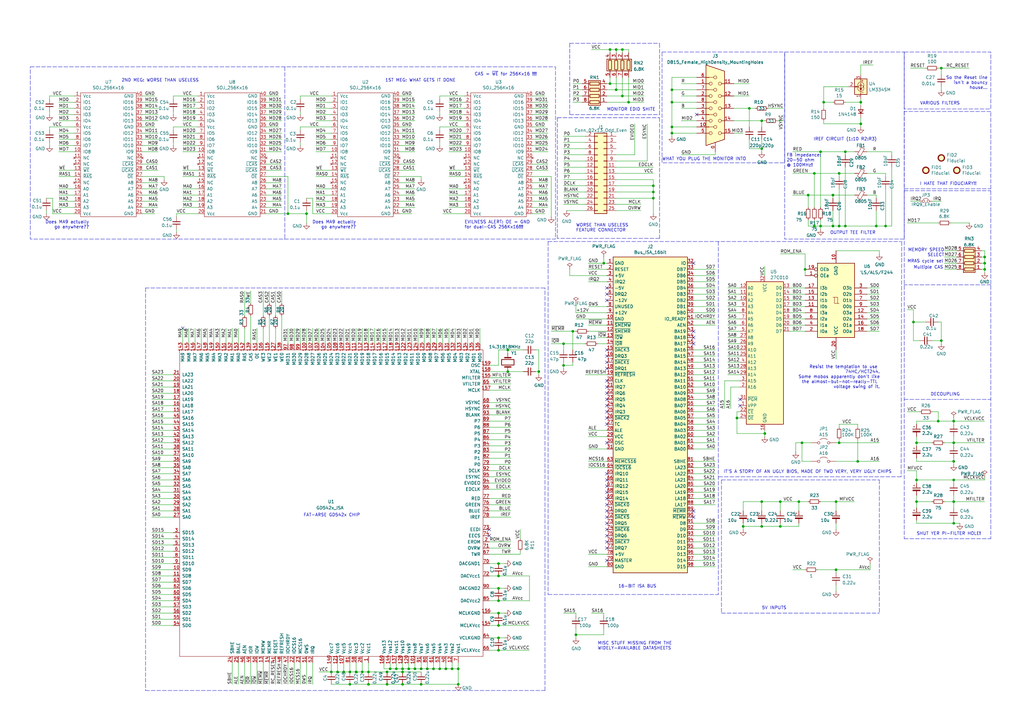
<source format=kicad_sch>
(kicad_sch (version 20231120) (generator "eeschema") (generator_version "8.0")
  (paper "A3")
  (junction (at 334.01 71.12))
  (junction (at 346.71 92.71))
  (junction (at 138.43 275.59))
  (junction (at 220.98 152.4))
  (junction (at 140.97 275.59))
  (junction (at 344.17 92.71))
  (junction (at 172.72 274.32))
  (junction (at 172.72 280.67))
  (junction (at 391.16 181.61))
  (junction (at 257.81 41.91))
  (junction (at 391.16 189.23))
  (junction (at 204.47 266.7))
  (junction (at 375.92 181.61))
  (junction (at 252.73 20.32))
  (junction (at 359.41 92.71))
  (junction (at 185.42 274.32))
  (junction (at 255.27 20.32))
  (junction (at 302.26 171.45))
  (junction (at 208.28 152.4))
  (junction (at 374.65 132.08))
  (junction (at 391.16 205.74))
  (junction (at 391.16 214.63))
  (junction (at 148.59 275.59))
  (junction (at 346.71 62.23))
  (junction (at 255.27 39.37))
  (junction (at 160.02 274.32))
  (junction (at 204.47 261.62))
  (junction (at 204.47 251.46))
  (junction (at 125.73 87.63))
  (junction (at 151.13 275.59))
  (junction (at 363.22 92.71))
  (junction (at 165.1 280.67))
  (junction (at 384.81 172.72))
  (junction (at 375.92 205.74))
  (junction (at 391.16 196.85))
  (junction (at 353.06 41.91))
  (junction (at 204.47 256.54))
  (junction (at 231.14 140.97))
  (junction (at 204.47 236.22))
  (junction (at 375.92 196.85))
  (junction (at 327.66 205.74))
  (junction (at 403.86 105.41))
  (junction (at 331.47 80.01))
  (junction (at 334.01 92.71))
  (junction (at 146.05 275.59))
  (junction (at 236.22 260.35))
  (junction (at 307.34 44.45))
  (junction (at 344.17 71.12))
  (junction (at 187.96 280.67))
  (junction (at 386.08 27.94))
  (junction (at 342.9 233.68))
  (junction (at 320.04 215.9))
  (junction (at 353.06 50.8))
  (junction (at 275.59 54.61))
  (junction (at 247.65 107.95))
  (junction (at 328.93 181.61))
  (junction (at 234.95 135.89))
  (junction (at 267.97 76.2))
  (junction (at 180.34 274.32))
  (junction (at 143.51 280.67))
  (junction (at 341.63 92.71))
  (junction (at 135.89 275.59))
  (junction (at 337.82 41.91))
  (junction (at 158.75 275.59))
  (junction (at 391.16 172.72))
  (junction (at 312.42 49.53))
  (junction (at 267.97 81.28))
  (junction (at 143.51 275.59))
  (junction (at 187.96 274.32))
  (junction (at 312.42 215.9))
  (junction (at 275.59 41.91))
  (junction (at 182.88 274.32))
  (junction (at 208.28 143.51))
  (junction (at 167.64 274.32))
  (junction (at 344.17 181.61))
  (junction (at 341.63 80.01))
  (junction (at 250.19 34.29))
  (junction (at 118.11 87.63))
  (junction (at 177.8 274.32))
  (junction (at 304.8 215.9))
  (junction (at 204.47 241.3))
  (junction (at 351.79 189.23))
  (junction (at 386.08 139.7))
  (junction (at 320.04 205.74))
  (junction (at 162.56 274.32))
  (junction (at 336.55 92.71))
  (junction (at 170.18 274.32))
  (junction (at 158.75 280.67))
  (junction (at 204.47 246.38))
  (junction (at 267.97 78.74))
  (junction (at 312.42 60.96))
  (junction (at 252.73 36.83))
  (junction (at 342.9 205.74))
  (junction (at 275.59 52.07))
  (junction (at 165.1 274.32))
  (junction (at 336.55 62.23))
  (junction (at 175.26 274.32))
  (junction (at 204.47 231.14))
  (junction (at 151.13 280.67))
  (junction (at 312.42 205.74))
  (junction (at 403.86 110.49))
  (junction (at 250.19 20.32))
  (junction (at 165.1 275.59))
  (junction (at 403.86 107.95))
  (junction (at 275.59 36.83))
  (junction (at 231.14 149.86))
  (junction (at 313.69 177.8))
  (junction (at 330.2 110.49))
  (no_connect (at 248.92 214.63))
  (no_connect (at 303.53 163.83))
  (no_connect (at 248.92 229.87))
  (no_connect (at 248.92 143.51))
  (no_connect (at 248.92 212.09))
  (no_connect (at 248.92 219.71))
  (no_connect (at 248.92 194.31))
  (no_connect (at 248.92 123.19))
  (no_connect (at 248.92 148.59))
  (no_connect (at 284.48 138.43))
  (no_connect (at 248.92 209.55))
  (no_connect (at 248.92 161.29))
  (no_connect (at 248.92 118.11))
  (no_connect (at 248.92 168.91))
  (no_connect (at 248.92 204.47))
  (no_connect (at 74.93 134.62))
  (no_connect (at 248.92 196.85))
  (no_connect (at 200.66 217.17))
  (no_connect (at 248.92 166.37))
  (no_connect (at 285.75 46.99))
  (no_connect (at 284.48 107.95))
  (no_connect (at 248.92 224.79))
  (no_connect (at 284.48 140.97))
  (no_connect (at 248.92 222.25))
  (no_connect (at 248.92 217.17))
  (no_connect (at 248.92 171.45))
  (no_connect (at 248.92 181.61))
  (no_connect (at 200.66 219.71))
  (no_connect (at 248.92 207.01))
  (no_connect (at 303.53 166.37))
  (no_connect (at 248.92 173.99))
  (no_connect (at 248.92 151.13))
  (no_connect (at 248.92 146.05))
  (no_connect (at 248.92 163.83))
  (no_connect (at 284.48 212.09))
  (no_connect (at 248.92 201.93))
  (no_connect (at 248.92 199.39))
  (no_connect (at 248.92 156.21))
  (no_connect (at 248.92 158.75))
  (no_connect (at 284.48 209.55))
  (no_connect (at 284.48 135.89))
  (no_connect (at 248.92 120.65))
  (wire (pts (xy 71.12 199.39) (xy 62.23 199.39)))
  (wire (pts (xy 298.45 138.43) (xy 303.53 138.43)))
  (wire (pts (xy 293.37 153.67) (xy 284.48 153.67)))
  (wire (pts (xy 252.73 20.32) (xy 252.73 21.59)))
  (wire (pts (xy 62.23 156.21) (xy 71.12 156.21)))
  (polyline (pts (xy 228.6 48.26) (xy 270.51 48.26)) (stroke (width 0) (type dash)))
  (wire (pts (xy 275.59 36.83) (xy 285.75 36.83)))
  (wire (pts (xy 300.99 54.61) (xy 304.8 54.61)))
  (wire (pts (xy 298.45 128.27) (xy 303.53 128.27)))
  (wire (pts (xy 279.4 44.45) (xy 285.75 44.45)))
  (wire (pts (xy 62.23 248.92) (xy 71.12 248.92)))
  (polyline (pts (xy 233.68 17.78) (xy 233.68 46.99)) (stroke (width 0) (type dash)))
  (wire (pts (xy 168.91 52.07) (xy 163.83 52.07)))
  (wire (pts (xy 341.63 92.71) (xy 341.63 86.36)))
  (wire (pts (xy 293.37 176.53) (xy 284.48 176.53)))
  (wire (pts (xy 129.54 54.61) (xy 135.89 54.61)))
  (wire (pts (xy 284.48 158.75) (xy 293.37 158.75)))
  (wire (pts (xy 236.22 124.46) (xy 236.22 128.27)))
  (wire (pts (xy 320.04 205.74) (xy 327.66 205.74)))
  (wire (pts (xy 250.19 20.32) (xy 250.19 21.59)))
  (wire (pts (xy 187.96 280.67) (xy 187.96 274.32)))
  (wire (pts (xy 19.05 87.63) (xy 19.05 86.36)))
  (wire (pts (xy 200.66 198.12) (xy 209.55 198.12)))
  (wire (pts (xy 330.2 135.89) (xy 323.85 135.89)))
  (polyline (pts (xy 406.4 45.72) (xy 370.84 45.72)) (stroke (width 0) (type dash)))
  (wire (pts (xy 293.37 194.31) (xy 284.48 194.31)))
  (wire (pts (xy 200.66 227.33) (xy 213.36 227.33)))
  (polyline (pts (xy 224.79 99.06) (xy 224.79 243.84)) (stroke (width 0) (type dash)))
  (wire (pts (xy 129.54 57.15) (xy 135.89 57.15)))
  (wire (pts (xy 71.12 59.69) (xy 71.12 58.42)))
  (polyline (pts (xy 116.84 27.432) (xy 116.84 98.044)) (stroke (width 0) (type dash)))
  (wire (pts (xy 172.72 271.78) (xy 172.72 274.32)))
  (wire (pts (xy 304.8 214.63) (xy 304.8 215.9)))
  (wire (pts (xy 353.06 50.8) (xy 353.06 52.07)))
  (wire (pts (xy 303.53 130.81) (xy 298.45 130.81)))
  (wire (pts (xy 241.3 179.07) (xy 248.92 179.07)))
  (wire (pts (xy 302.26 177.8) (xy 313.69 177.8)))
  (wire (pts (xy 344.17 77.47) (xy 344.17 92.71)))
  (wire (pts (xy 151.13 280.67) (xy 158.75 280.67)))
  (wire (pts (xy 342.9 233.68) (xy 342.9 234.95)))
  (wire (pts (xy 298.45 120.65) (xy 303.53 120.65)))
  (wire (pts (xy 62.23 226.06) (xy 71.12 226.06)))
  (wire (pts (xy 196.85 134.62) (xy 196.85 140.97)))
  (wire (pts (xy 110.49 280.67) (xy 110.49 271.78)))
  (wire (pts (xy 331.47 80.01) (xy 331.47 85.09)))
  (wire (pts (xy 200.66 251.46) (xy 204.47 251.46)))
  (wire (pts (xy 62.23 168.91) (xy 71.12 168.91)))
  (wire (pts (xy 234.95 34.29) (xy 238.76 34.29)))
  (wire (pts (xy 100.33 134.62) (xy 100.33 140.97)))
  (wire (pts (xy 62.23 196.85) (xy 71.12 196.85)))
  (wire (pts (xy 293.37 128.27) (xy 284.48 128.27)))
  (wire (pts (xy 351.79 173.99) (xy 351.79 175.26)))
  (wire (pts (xy 248.92 34.29) (xy 250.19 34.29)))
  (wire (pts (xy 123.19 134.62) (xy 123.19 140.97)))
  (wire (pts (xy 72.39 93.98) (xy 72.39 95.25)))
  (wire (pts (xy 303.53 143.51) (xy 298.45 143.51)))
  (wire (pts (xy 200.66 167.64) (xy 209.55 167.64)))
  (wire (pts (xy 386.08 36.83) (xy 386.08 35.56)))
  (wire (pts (xy 231.14 68.58) (xy 240.03 68.58)))
  (wire (pts (xy 72.39 87.63) (xy 81.28 87.63)))
  (wire (pts (xy 109.22 69.85) (xy 115.57 69.85)))
  (wire (pts (xy 293.37 191.77) (xy 284.48 191.77)))
  (wire (pts (xy 250.19 34.29) (xy 264.16 34.29)))
  (wire (pts (xy 325.12 71.12) (xy 334.01 71.12)))
  (wire (pts (xy 71.12 52.07) (xy 81.28 52.07)))
  (wire (pts (xy 240.03 76.2) (xy 231.14 76.2)))
  (wire (pts (xy 118.11 72.39) (xy 118.11 87.63)))
  (wire (pts (xy 247.65 107.95) (xy 248.92 107.95)))
  (polyline (pts (xy 224.79 99.06) (xy 369.57 99.06)) (stroke (width 0) (type dash)))
  (wire (pts (xy 236.22 128.27) (xy 248.92 128.27)))
  (wire (pts (xy 90.17 134.62) (xy 90.17 140.97)))
  (wire (pts (xy 182.88 271.78) (xy 182.88 274.32)))
  (wire (pts (xy 356.87 233.68) (xy 356.87 231.14)))
  (wire (pts (xy 267.97 81.28) (xy 267.97 87.63)))
  (wire (pts (xy 177.8 271.78) (xy 177.8 274.32)))
  (wire (pts (xy 325.12 80.01) (xy 331.47 80.01)))
  (wire (pts (xy 279.4 63.5) (xy 293.37 63.5)))
  (wire (pts (xy 293.37 199.39) (xy 284.48 199.39)))
  (wire (pts (xy 247.65 251.46) (xy 247.65 252.73)))
  (wire (pts (xy 118.11 87.63) (xy 125.73 87.63)))
  (wire (pts (xy 181.61 134.62) (xy 181.61 140.97)))
  (wire (pts (xy 138.43 271.78) (xy 138.43 275.59)))
  (wire (pts (xy 102.87 280.67) (xy 102.87 271.78)))
  (wire (pts (xy 200.66 246.38) (xy 204.47 246.38)))
  (wire (pts (xy 255.27 31.75) (xy 255.27 39.37)))
  (wire (pts (xy 241.3 135.89) (xy 248.92 135.89)))
  (wire (pts (xy 328.93 181.61) (xy 332.74 181.61)))
  (wire (pts (xy 71.12 46.99) (xy 71.12 45.72)))
  (wire (pts (xy 194.31 134.62) (xy 194.31 140.97)))
  (wire (pts (xy 24.13 57.15) (xy 30.48 57.15)))
  (wire (pts (xy 342.9 205.74) (xy 350.52 205.74)))
  (wire (pts (xy 184.15 77.47) (xy 190.5 77.47)))
  (wire (pts (xy 231.14 140.97) (xy 240.03 140.97)))
  (wire (pts (xy 64.77 80.01) (xy 58.42 80.01)))
  (wire (pts (xy 275.59 52.07) (xy 275.59 54.61)))
  (wire (pts (xy 232.41 86.36) (xy 240.03 86.36)))
  (wire (pts (xy 146.05 271.78) (xy 146.05 275.59)))
  (wire (pts (xy 160.02 271.78) (xy 160.02 274.32)))
  (wire (pts (xy 180.34 59.69) (xy 180.34 58.42)))
  (wire (pts (xy 358.14 26.67) (xy 353.06 26.67)))
  (wire (pts (xy 245.11 138.43) (xy 248.92 138.43)))
  (wire (pts (xy 252.73 81.28) (xy 267.97 81.28)))
  (wire (pts (xy 184.15 49.53) (xy 190.5 49.53)))
  (wire (pts (xy 298.45 148.59) (xy 303.53 148.59)))
  (wire (pts (xy 170.18 74.93) (xy 163.83 74.93)))
  (wire (pts (xy 331.47 90.17) (xy 331.47 92.71)))
  (polyline (pts (xy 369.57 195.58) (xy 294.64 195.58)) (stroke (width 0) (type dash)))
  (wire (pts (xy 113.03 280.67) (xy 113.03 271.78)))
  (wire (pts (xy 63.5 39.37) (xy 58.42 39.37)))
  (wire (pts (xy 62.23 223.52) (xy 71.12 223.52)))
  (polyline (pts (xy 370.84 220.98) (xy 406.4 220.98)) (stroke (width 0) (type dash)))
  (wire (pts (xy 170.18 41.91) (xy 163.83 41.91)))
  (wire (pts (xy 128.27 87.63) (xy 128.27 81.28)))
  (wire (pts (xy 346.71 41.91) (xy 353.06 41.91)))
  (wire (pts (xy 313.69 113.03) (xy 313.69 109.22)))
  (wire (pts (xy 184.15 46.99) (xy 190.5 46.99)))
  (wire (pts (xy 71.12 52.07) (xy 71.12 53.34)))
  (polyline (pts (xy 228.6 48.26) (xy 228.6 97.79)) (stroke (width 0) (type dash)))
  (wire (pts (xy 403.86 196.85) (xy 403.86 195.58)))
  (wire (pts (xy 342.9 181.61) (xy 344.17 181.61)))
  (wire (pts (xy 200.66 256.54) (xy 204.47 256.54)))
  (wire (pts (xy 62.23 207.01) (xy 71.12 207.01)))
  (wire (pts (xy 64.77 54.61) (xy 58.42 54.61)))
  (wire (pts (xy 300.99 34.29) (xy 307.34 34.29)))
  (wire (pts (xy 200.66 261.62) (xy 204.47 261.62)))
  (wire (pts (xy 387.35 107.95) (xy 392.43 107.95)))
  (wire (pts (xy 252.73 86.36) (xy 262.89 86.36)))
  (wire (pts (xy 245.11 140.97) (xy 248.92 140.97)))
  (polyline (pts (xy 370.84 45.72) (xy 370.84 77.47)) (stroke (width 0) (type dash)))
  (wire (pts (xy 20.32 39.37) (xy 20.32 40.64)))
  (wire (pts (xy 170.18 62.23) (xy 163.83 62.23)))
  (wire (pts (xy 224.79 77.47) (xy 218.44 77.47)))
  (wire (pts (xy 293.37 123.19) (xy 284.48 123.19)))
  (wire (pts (xy 24.13 54.61) (xy 30.48 54.61)))
  (wire (pts (xy 62.23 254) (xy 71.12 254)))
  (wire (pts (xy 184.15 72.39) (xy 190.5 72.39)))
  (wire (pts (xy 24.13 80.01) (xy 30.48 80.01)))
  (wire (pts (xy 184.15 69.85) (xy 190.5 69.85)))
  (wire (pts (xy 234.95 149.86) (xy 234.95 148.59)))
  (wire (pts (xy 255.27 20.32) (xy 255.27 21.59)))
  (wire (pts (xy 297.18 156.21) (xy 297.18 167.64)))
  (wire (pts (xy 327.66 205.74) (xy 331.47 205.74)))
  (wire (pts (xy 153.67 134.62) (xy 153.67 140.97)))
  (wire (pts (xy 248.92 36.83) (xy 252.73 36.83)))
  (wire (pts (xy 231.14 58.42) (xy 240.03 58.42)))
  (wire (pts (xy 391.16 181.61) (xy 391.16 182.88)))
  (wire (pts (xy 403.86 172.72) (xy 391.16 172.72)))
  (wire (pts (xy 128.27 140.97) (xy 128.27 134.62)))
  (wire (pts (xy 298.45 118.11) (xy 303.53 118.11)))
  (wire (pts (xy 129.54 41.91) (xy 135.89 41.91)))
  (wire (pts (xy 363.22 71.12) (xy 363.22 72.39)))
  (wire (pts (xy 62.23 256.54) (xy 71.12 256.54)))
  (wire (pts (xy 360.68 123.19) (xy 355.6 123.19)))
  (wire (pts (xy 180.34 52.07) (xy 190.5 52.07)))
  (wire (pts (xy 312.42 209.55) (xy 312.42 205.74)))
  (wire (pts (xy 334.01 90.17) (xy 334.01 92.71)))
  (wire (pts (xy 373.38 27.94) (xy 379.73 27.94)))
  (wire (pts (xy 161.29 134.62) (xy 161.29 140.97)))
  (wire (pts (xy 71.12 166.37) (xy 62.23 166.37)))
  (wire (pts (xy 360.68 135.89) (xy 355.6 135.89)))
  (wire (pts (xy 403.86 196.85) (xy 391.16 196.85)))
  (polyline (pts (xy 406.4 78.232) (xy 406.4 220.98)) (stroke (width 0) (type dash)))
  (wire (pts (xy 334.01 71.12) (xy 334.01 85.09)))
  (wire (pts (xy 236.22 261.62) (xy 236.22 260.35)))
  (wire (pts (xy 218.44 82.55) (xy 224.79 82.55)))
  (wire (pts (xy 62.23 228.6) (xy 71.12 228.6)))
  (wire (pts (xy 213.36 220.98) (xy 213.36 217.17)))
  (wire (pts (xy 293.37 113.03) (xy 284.48 113.03)))
  (wire (pts (xy 391.16 172.72) (xy 391.16 171.45)))
  (wire (pts (xy 204.47 149.86) (xy 204.47 143.51)))
  (wire (pts (xy 114.3 39.37) (xy 109.22 39.37)))
  (wire (pts (xy 293.37 143.51) (xy 284.48 143.51)))
  (wire (pts (xy 143.51 134.62) (xy 143.51 140.97)))
  (wire (pts (xy 184.15 82.55) (xy 190.5 82.55)))
  (wire (pts (xy 92.71 134.62) (xy 92.71 140.97)))
  (wire (pts (xy 391.16 181.61) (xy 391.16 179.07)))
  (wire (pts (xy 156.21 134.62) (xy 156.21 140.97)))
  (wire (pts (xy 170.18 54.61) (xy 163.83 54.61)))
  (wire (pts (xy 62.23 173.99) (xy 71.12 173.99)))
  (wire (pts (xy 337.82 41.91) (xy 337.82 44.45)))
  (wire (pts (xy 21.59 87.63) (xy 21.59 81.28)))
  (wire (pts (xy 293.37 130.81) (xy 284.48 130.81)))
  (wire (pts (xy 184.15 85.09) (xy 190.5 85.09)))
  (wire (pts (xy 234.95 39.37) (xy 238.76 39.37)))
  (wire (pts (xy 375.92 196.85) (xy 375.92 198.12)))
  (polyline (pts (xy 224.79 243.84) (xy 294.64 243.84)) (stroke (width 0) (type dash)))
  (wire (pts (xy 20.32 52.07) (xy 30.48 52.07)))
  (wire (pts (xy 312.42 215.9) (xy 320.04 215.9)))
  (wire (pts (xy 208.28 152.4) (xy 214.63 152.4)))
  (wire (pts (xy 62.23 171.45) (xy 71.12 171.45)))
  (wire (pts (xy 62.23 238.76) (xy 71.12 238.76)))
  (wire (pts (xy 200.66 165.1) (xy 209.55 165.1)))
  (wire (pts (xy 279.4 34.29) (xy 285.75 34.29)))
  (wire (pts (xy 58.42 67.31) (xy 64.77 67.31)))
  (wire (pts (xy 115.57 129.54) (xy 115.57 140.97)))
  (wire (pts (xy 175.26 271.78) (xy 175.26 274.32)))
  (wire (pts (xy 337.82 50.8) (xy 353.06 50.8)))
  (wire (pts (xy 298.45 133.35) (xy 303.53 133.35)))
  (wire (pts (xy 293.37 227.33) (xy 284.48 227.33)))
  (wire (pts (xy 71.12 186.69) (xy 62.23 186.69)))
  (wire (pts (xy 374.65 132.08) (xy 374.65 139.7)))
  (wire (pts (xy 389.89 91.44) (xy 397.51 91.44)))
  (wire (pts (xy 304.8 205.74) (xy 304.8 209.55)))
  (wire (pts (xy 180.34 52.07) (xy 180.34 53.34)))
  (wire (pts (xy 185.42 274.32) (xy 182.88 274.32)))
  (wire (pts (xy 97.79 280.67) (xy 97.79 271.78)))
  (wire (pts (xy 220.98 153.67) (xy 220.98 152.4)))
  (wire (pts (xy 129.54 59.69) (xy 135.89 59.69)))
  (wire (pts (xy 247.65 260.35) (xy 247.65 257.81)))
  (polyline (pts (xy 406.4 116.84) (xy 370.84 116.84)) (stroke (width 0) (type dash)))
  (wire (pts (xy 403.86 181.61) (xy 391.16 181.61)))
  (wire (pts (xy 184.15 80.01) (xy 190.5 80.01)))
  (wire (pts (xy 64.77 57.15) (xy 58.42 57.15)))
  (wire (pts (xy 184.15 62.23) (xy 190.5 62.23)))
  (wire (pts (xy 372.11 127) (xy 374.65 127)))
  (wire (pts (xy 342.9 189.23) (xy 351.79 189.23)))
  (wire (pts (xy 372.11 193.04) (xy 375.92 193.04)))
  (wire (pts (xy 231.14 149.86) (xy 234.95 149.86)))
  (wire (pts (xy 233.68 113.03) (xy 233.68 110.49)))
  (wire (pts (xy 143.51 275.59) (xy 146.05 275.59)))
  (wire (pts (xy 62.23 209.55) (xy 71.12 209.55)))
  (wire (pts (xy 402.59 110.49) (xy 403.86 110.49)))
  (wire (pts (xy 293.37 120.65) (xy 284.48 120.65)))
  (wire (pts (xy 240.03 153.67) (xy 248.92 153.67)))
  (wire (pts (xy 95.25 280.67) (xy 95.25 271.78)))
  (wire (pts (xy 330.2 104.14) (xy 330.2 110.49)))
  (wire (pts (xy 252.73 76.2) (xy 267.97 76.2)))
  (wire (pts (xy 102.87 129.54) (xy 102.87 140.97)))
  (wire (pts (xy 313.69 177.8) (xy 313.69 179.07)))
  (wire (pts (xy 20.32 46.99) (xy 20.32 45.72)))
  (wire (pts (xy 129.54 49.53) (xy 135.89 49.53)))
  (wire (pts (xy 346.71 63.5) (xy 346.71 62.23)))
  (wire (pts (xy 24.13 82.55) (xy 30.48 82.55)))
  (wire (pts (xy 248.92 39.37) (xy 255.27 39.37)))
  (wire (pts (xy 62.23 251.46) (xy 71.12 251.46)))
  (polyline (pts (xy 406.4 77.47) (xy 406.4 45.72)) (stroke (width 0) (type dash)))
  (wire (pts (xy 312.42 62.23) (xy 312.42 60.96)))
  (wire (pts (xy 63.5 52.07) (xy 58.42 52.07)))
  (wire (pts (xy 148.59 134.62) (xy 148.59 140.97)))
  (wire (pts (xy 330.2 125.73) (xy 323.85 125.73)))
  (wire (pts (xy 181.61 87.63) (xy 190.5 87.63)))
  (wire (pts (xy 355.6 80.01) (xy 359.41 80.01)))
  (wire (pts (xy 184.15 44.45) (xy 190.5 44.45)))
  (wire (pts (xy 342.9 102.87) (xy 360.68 102.87)))
  (wire (pts (xy 242.57 251.46) (xy 247.65 251.46)))
  (wire (pts (xy 62.23 212.09) (xy 71.12 212.09)))
  (wire (pts (xy 209.55 180.34) (xy 200.66 180.34)))
  (polyline (pts (xy 369.824 99.06) (xy 369.57 195.58)) (stroke (width 0) (type dash)))
  (wire (pts (xy 157.48 274.32) (xy 160.02 274.32)))
  (wire (pts (xy 374.65 132.08) (xy 374.65 127)))
  (wire (pts (xy 298.45 125.73) (xy 303.53 125.73)))
  (wire (pts (xy 200.66 193.04) (xy 209.55 193.04)))
  (wire (pts (xy 279.4 39.37) (xy 285.75 39.37)))
  (wire (pts (xy 344.17 71.12) (xy 350.52 71.12)))
  (wire (pts (xy 209.55 224.79) (xy 200.66 224.79)))
  (wire (pts (xy 24.13 77.47) (xy 30.48 77.47)))
  (wire (pts (xy 375.92 196.85) (xy 391.16 196.85)))
  (wire (pts (xy 298.45 146.05) (xy 303.53 146.05)))
  (wire (pts (xy 375.92 203.2) (xy 375.92 205.74)))
  (wire (pts (xy 360.68 118.11) (xy 355.6 118.11)))
  (wire (pts (xy 293.37 156.21) (xy 284.48 156.21)))
  (wire (pts (xy 180.34 274.32) (xy 182.88 274.32)))
  (wire (pts (xy 125.73 87.63) (xy 125.73 91.44)))
  (wire (pts (xy 299.72 158.75) (xy 303.53 158.75)))
  (wire (pts (xy 360.68 128.27) (xy 355.6 128.27)))
  (wire (pts (xy 359.41 92.71) (xy 359.41 86.36)))
  (wire (pts (xy 123.19 46.99) (xy 123.19 45.72)))
  (wire (pts (xy 74.93 69.85) (xy 81.28 69.85)))
  (wire (pts (xy 387.35 205.74) (xy 391.16 205.74)))
  (wire (pts (xy 284.48 219.71) (xy 293.37 219.71)))
  (wire (pts (xy 387.35 110.49) (xy 392.43 110.49)))
  (wire (pts (xy 184.15 41.91) (xy 190.5 41.91)))
  (wire (pts (xy 304.8 205.74) (xy 312.42 205.74)))
  (wire (pts (xy 275.59 54.61) (xy 285.75 54.61)))
  (wire (pts (xy 303.53 156.21) (xy 297.18 156.21)))
  (wire (pts (xy 63.5 87.63) (xy 58.42 87.63)))
  (wire (pts (xy 337.82 35.56) (xy 337.82 41.91)))
  (wire (pts (xy 231.14 73.66) (xy 240.03 73.66)))
  (wire (pts (xy 403.86 107.95) (xy 403.86 105.41)))
  (wire (pts (xy 359.41 92.71) (xy 363.22 92.71)))
  (wire (pts (xy 312.42 205.74) (xy 320.04 205.74)))
  (wire (pts (xy 386.08 139.7) (xy 386.08 140.97)))
  (wire (pts (xy 217.17 266.7) (xy 204.47 266.7)))
  (wire (pts (xy 382.27 139.7) (xy 386.08 139.7)))
  (wire (pts (xy 293.37 110.49) (xy 284.48 110.49)))
  (wire (pts (xy 342.9 240.03) (xy 342.9 242.57)))
  (wire (pts (xy 360.68 133.35) (xy 355.6 133.35)))
  (wire (pts (xy 384.81 27.94) (xy 386.08 27.94)))
  (wire (pts (xy 114.3 52.07) (xy 109.22 52.07)))
  (wire (pts (xy 115.57 124.46) (xy 115.57 119.38)))
  (wire (pts (xy 342.9 233.68) (xy 356.87 233.68)))
  (wire (pts (xy 293.37 146.05) (xy 284.48 146.05)))
  (wire (pts (xy 336.55 90.17) (xy 336.55 92.71)))
  (wire (pts (xy 180.34 46.99) (xy 180.34 45.72)))
  (wire (pts (xy 403.86 105.41) (xy 402.59 105.41)))
  (wire (pts (xy 74.93 72.39) (xy 81.28 72.39)))
  (polyline (pts (xy 360.68 196.85) (xy 360.68 251.46)) (stroke (width 0) (type dash)))
  (wire (pts (xy 151.13 271.78) (xy 151.13 275.59)))
  (wire (pts (xy 337.82 49.53) (xy 337.82 50.8)))
  (wire (pts (xy 231.14 78.74) (xy 240.03 78.74)))
  (wire (pts (xy 236.22 130.81) (xy 248.92 130.81)))
  (wire (pts (xy 21.59 87.63) (xy 30.48 87.63)))
  (wire (pts (xy 135.89 271.78) (xy 135.89 275.59)))
  (wire (pts (xy 302.26 171.45) (xy 303.53 171.45)))
  (wire (pts (xy 325.12 62.23) (xy 336.55 62.23)))
  (wire (pts (xy 62.23 246.38) (xy 71.12 246.38)))
  (polyline (pts (xy 295.91 251.46) (xy 360.68 251.46)) (stroke (width 0) (type dash)))
  (wire (pts (xy 217.17 256.54) (xy 204.47 256.54)))
  (wire (pts (xy 387.35 105.41) (xy 392.43 105.41)))
  (wire (pts (xy 346.71 68.58) (xy 346.71 92.71)))
  (wire (pts (xy 113.03 134.62) (xy 113.03 140.97)))
  (wire (pts (xy 220.98 152.4) (xy 220.98 143.51)))
  (wire (pts (xy 275.59 31.75) (xy 275.59 36.83)))
  (wire (pts (xy 391.16 214.63) (xy 391.16 213.36)))
  (wire (pts (xy 157.48 271.78) (xy 157.48 274.32)))
  (wire (pts (xy 353.06 48.26) (xy 353.06 50.8)))
  (wire (pts (xy 363.22 77.47) (xy 363.22 92.71)))
  (wire (pts (xy 220.98 143.51) (xy 219.71 143.51)))
  (wire (pts (xy 375.92 205.74) (xy 375.92 208.28)))
  (wire (pts (xy 74.93 54.61) (xy 81.28 54.61)))
  (wire (pts (xy 330.2 118.11) (xy 323.85 118.11)))
  (wire (pts (xy 62.23 161.29) (xy 71.12 161.29)))
  (wire (pts (xy 219.71 152.4) (xy 220.98 152.4)))
  (wire (pts (xy 382.27 82.55) (xy 386.08 82.55)))
  (wire (pts (xy 304.8 215.9) (xy 312.42 215.9)))
  (wire (pts (xy 74.93 57.15) (xy 81.28 57.15)))
  (wire (pts (xy 64.77 74.93) (xy 58.42 74.93)))
  (wire (pts (xy 168.91 134.62) (xy 168.91 140.97)))
  (wire (pts (xy 312.42 49.53) (xy 312.42 52.07)))
  (wire (pts (xy 341.63 41.91) (xy 337.82 41.91)))
  (wire (pts (xy 209.55 212.09) (xy 200.66 212.09)))
  (wire (pts (xy 74.93 62.23) (xy 81.28 62.23)))
  (wire (pts (xy 170.18 57.15) (xy 163.83 57.15)))
  (wire (pts (xy 320.04 104.14) (xy 330.2 104.14)))
  (wire (pts (xy 130.81 275.59) (xy 135.89 275.59)))
  (wire (pts (xy 125.73 134.62) (xy 125.73 140.97)))
  (wire (pts (xy 224.79 74.93) (xy 218.44 74.93)))
  (wire (pts (xy 180.34 271.78) (xy 180.34 274.32)))
  (wire (pts (xy 223.52 52.07) (xy 218.44 52.07)))
  (wire (pts (xy 293.37 63.5) (xy 293.37 62.23)))
  (wire (pts (xy 293.37 196.85) (xy 284.48 196.85)))
  (wire (pts (xy 285.75 31.75) (xy 275.59 31.75)))
  (wire (pts (xy 341.63 92.71) (xy 344.17 92.71)))
  (wire (pts (xy 231.14 149.86) (xy 231.14 151.13)))
  (wire (pts (xy 129.54 69.85) (xy 135.89 69.85)))
  (wire (pts (xy 224.79 85.09) (xy 218.44 85.09)))
  (wire (pts (xy 170.18 46.99) (xy 163.83 46.99)))
  (wire (pts (xy 257.81 31.75) (xy 257.81 41.91)))
  (wire (pts (xy 146.05 275.59) (xy 148.59 275.59)))
  (wire (pts (xy 252.73 36.83) (xy 264.16 36.83)))
  (wire (pts (xy 391.16 196.85) (xy 391.16 198.12)))
  (polyline (pts (xy 295.91 196.85) (xy 295.91 251.46)) (stroke (width 0) (type dash)))
  (wire (pts (xy 24.13 49.53) (xy 30.48 49.53)))
  (wire (pts (xy 326.39 181.61) (xy 326.39 185.42)))
  (wire (pts (xy 365.76 62.23) (xy 365.76 63.5)))
  (wire (pts (xy 184.15 57.15) (xy 190.5 57.15)))
  (wire (pts (xy 204.47 236.22) (xy 217.17 236.22)))
  (wire (pts (xy 80.01 134.62) (xy 80.01 140.97)))
  (wire (pts (xy 224.79 49.53) (xy 218.44 49.53)))
  (wire (pts (xy 58.42 72.39) (xy 67.31 72.39)))
  (wire (pts (xy 363.22 92.71) (xy 365.76 92.71)))
  (wire (pts (xy 143.51 271.78) (xy 143.51 275.59)))
  (wire (pts (xy 167.64 274.32) (xy 170.18 274.32)))
  (wire (pts (xy 391.16 190.5) (xy 391.16 189.23)))
  (wire (pts (xy 293.37 184.15) (xy 284.48 184.15)))
  (wire (pts (xy 151.13 275.59) (xy 158.75 275.59)))
  (wire (pts (xy 209.55 190.5) (xy 200.66 190.5)))
  (wire (pts (xy 374.65 132.08) (xy 379.73 132.08)))
  (wire (pts (xy 209.55 185.42) (xy 200.66 185.42)))
  (wire (pts (xy 184.15 54.61) (xy 190.5 54.61)))
  (wire (pts (xy 120.65 280.67) (xy 120.65 271.78)))
  (wire (pts (xy 74.93 134.62) (xy 74.93 140.97)))
  (wire (pts (xy 118.11 280.67) (xy 118.11 271.78)))
  (wire (pts (xy 298.45 151.13) (xy 303.53 151.13)))
  (wire (pts (xy 403.86 102.87) (xy 402.59 102.87)))
  (wire (pts (xy 303.53 168.91) (xy 302.26 168.91)))
  (wire (pts (xy 330.2 110.49) (xy 330.2 113.03)))
  (wire (pts (xy 200.66 195.58) (xy 209.55 195.58)))
  (wire (pts (xy 62.23 201.93) (xy 71.12 201.93)))
  (polyline (pts (xy 270.51 97.79) (xy 228.6 97.79)) (stroke (width 0) (type dash)))
  (wire (pts (xy 387.35 102.87) (xy 392.43 102.87)))
  (wire (pts (xy 327.66 205.74) (xy 327.66 209.55)))
  (wire (pts (xy 240.03 71.12) (xy 231.14 71.12)))
  (wire (pts (xy 267.97 78.74) (xy 267.97 81.28)))
  (wire (pts (xy 307.34 57.15) (xy 307.34 60.96)))
  (wire (pts (xy 200.66 152.4) (xy 208.28 152.4)))
  (wire (pts (xy 284.48 115.57) (xy 293.37 115.57)))
  (wire (pts (xy 217.17 246.38) (xy 217.17 236.22)))
  (wire (pts (xy 284.48 201.93) (xy 293.37 201.93)))
  (wire (pts (xy 298.45 135.89) (xy 303.53 135.89)))
  (wire (pts (xy 160.02 274.32) (xy 162.56 274.32)))
  (wire (pts (xy 64.77 77.47) (xy 58.42 77.47)))
  (wire (pts (xy 62.23 181.61) (xy 71.12 181.61)))
  (wire (pts (xy 226.06 72.39) (xy 226.06 88.9)))
  (wire (pts (xy 320.04 215.9) (xy 320.04 214.63)))
  (wire (pts (xy 360.68 120.65) (xy 355.6 120.65)))
  (wire (pts (xy 62.23 218.44) (xy 71.12 218.44)))
  (wire (pts (xy 293.37 189.23) (xy 284.48 189.23)))
  (wire (pts (xy 250.19 31.75) (xy 250.19 34.29)))
  (wire (pts (xy 336.55 62.23) (xy 336.55 85.09)))
  (wire (pts (xy 130.81 134.62) (xy 130.81 140.97)))
  (wire (pts (xy 185.42 271.78) (xy 185.42 274.32)))
  (wire (pts (xy 293.37 232.41) (xy 284.48 232.41)))
  (wire (pts (xy 67.31 72.39) (xy 67.31 73.66)))
  (wire (pts (xy 342.9 205.74) (xy 342.9 209.55)))
  (wire (pts (xy 293.37 133.35) (xy 284.48 133.35)))
  (wire (pts (xy 355.6 130.81) (xy 360.68 130.81)))
  (wire (pts (xy 302.26 171.45) (xy 302.26 177.8)))
  (wire (pts (xy 384.81 132.08) (xy 386.08 132.08)))
  (wire (pts (xy 255.27 39.37) (xy 264.16 39.37)))
  (wire (pts (xy 208.28 143.51) (xy 214.63 143.51)))
  (wire (pts (xy 336.55 62.23) (xy 346.71 62.23)))
  (wire (pts (xy 231.14 251.46) (xy 236.22 251.46)))
  (wire (pts (xy 226.06 140.97) (xy 231.14 140.97)))
  (wire (pts (xy 307.34 44.45) (xy 307.34 52.07)))
  (wire (pts (xy 129.54 72.39) (xy 135.89 72.39)))
  (wire (pts (xy 123.19 59.69) (xy 123.19 58.42)))
  (wire (pts (xy 344.17 173.99) (xy 351.79 173.99)))
  (wire (pts (xy 170.18 59.69) (xy 163.83 59.69)))
  (wire (pts (xy 115.57 80.01) (xy 109.22 80.01)))
  (wire (pts (xy 320.04 215.9) (xy 327.66 215.9)))
  (wire (pts (xy 24.13 44.45) (xy 30.48 44.45)))
  (wire (pts (xy 62.23 220.98) (xy 71.12 220.98)))
  (wire (pts (xy 123.19 39.37) (xy 135.89 39.37)))
  (wire (pts (xy 146.05 134.62) (xy 146.05 140.97)))
  (wire (pts (xy 208.28 143.51) (xy 208.28 144.78)))
  (wire (pts (xy 110.49 124.46) (xy 110.49 119.38)))
  (wire (pts (xy 344.17 92.71) (xy 346.71 92.71)))
  (wire (pts (xy 386.08 27.94) (xy 386.08 30.48)))
  (wire (pts (xy 123.19 280.67) (xy 123.19 271.78)))
  (wire (pts (xy 275.59 54.61) (xy 275.59 55.88)))
  (wire (pts (xy 168.91 39.37) (xy 163.83 39.37)))
  (wire (pts (xy 71.12 39.37) (xy 81.28 39.37)))
  (wire (pts (xy 359.41 80.01) (xy 359.41 81.28)))
  (wire (pts (xy 58.42 69.85) (xy 64.77 69.85)))
  (wire (pts (xy 138.43 134.62) (xy 138.43 140.97)))
  (wire (pts (xy 95.25 134.62) (xy 95.25 140.97)))
  (wire (pts (xy 165.1 275.59) (xy 172.72 275.59)))
  (wire (pts (xy 165.1 280.67) (xy 172.72 280.67)))
  (wire (pts (xy 209.55 209.55) (xy 200.66 209.55)))
  (polyline (pts (xy 370.84 163.83) (xy 406.4 163.83)) (stroke (width 0) (type dash)))
  (wire (pts (xy 110.49 129.54) (xy 110.49 140.97)))
  (wire (pts (xy 241.3 184.15) (xy 248.92 184.15)))
  (wire (pts (xy 207.01 231.14) (xy 204.47 231.14)))
  (wire (pts (xy 129.54 62.23) (xy 135.89 62.23)))
  (wire (pts (xy 355.6 62.23) (xy 365.76 62.23)))
  (wire (pts (xy 24.13 41.91) (xy 30.48 41.91)))
  (wire (pts (xy 62.23 158.75) (xy 71.12 158.75)))
  (wire (pts (xy 209.55 204.47) (xy 200.66 204.47)))
  (wire (pts (xy 180.34 39.37) (xy 180.34 40.64)))
  (wire (pts (xy 240.03 66.04) (xy 231.14 66.04)))
  (polyline (pts (xy 233.68 46.99) (xy 270.51 46.99)) (stroke (width 0) (type dash)))
  (wire (pts (xy 231.14 143.51) (xy 231.14 140.97)))
  (wire (pts (xy 241.3 115.57) (xy 248.92 115.57)))
  (wire (pts (xy 248.92 227.33) (xy 241.3 227.33)))
  (wire (pts (xy 293.37 181.61) (xy 284.48 181.61)))
  (wire (pts (xy 97.79 134.62) (xy 97.79 140.97)))
  (wire (pts (xy 257.81 41.91) (xy 264.16 41.91)))
  (wire (pts (xy 302.26 168.91) (xy 302.26 171.45)))
  (wire (pts (xy 346.71 92.71) (xy 359.41 92.71)))
  (wire (pts (xy 293.37 118.11) (xy 284.48 118.11)))
  (wire (pts (xy 312.42 214.63) (xy 312.42 215.9)))
  (wire (pts (xy 173.99 134.62) (xy 173.99 140.97)))
  (wire (pts (xy 402.59 107.95) (xy 403.86 107.95)))
  (wire (pts (xy 105.41 134.62) (xy 105.41 140.97)))
  (wire (pts (xy 331.47 80.01) (xy 341.63 80.01)))
  (wire (pts (xy 304.8 217.17) (xy 304.8 215.9)))
  (wire (pts (xy 170.18 44.45) (xy 163.83 44.45)))
  (wire (pts (xy 64.77 41.91) (xy 58.42 41.91)))
  (wire (pts (xy 189.23 134.62) (xy 189.23 140.97)))
  (wire (pts (xy 162.56 271.78) (xy 162.56 274.32)))
  (wire (pts (xy 115.57 77.47) (xy 109.22 77.47)))
  (wire (pts (xy 129.54 82.55) (xy 135.89 82.55)))
  (wire (pts (xy 330.2 233.68) (xy 325.12 233.68)))
  (wire (pts (xy 158.75 134.62) (xy 158.75 140.97)))
  (wire (pts (xy 241.3 110.49) (xy 248.92 110.49)))
  (wire (pts (xy 267.97 76.2) (xy 267.97 78.74)))
  (wire (pts (xy 209.55 172.72) (xy 200.66 172.72)))
  (wire (pts (xy 148.59 275.59) (xy 151.13 275.59)))
  (wire (pts (xy 82.55 134.62) (xy 82.55 140.97)))
  (wire (pts (xy 241.3 232.41) (xy 248.92 232.41)))
  (wire (pts (xy 307.34 60.96) (xy 312.42 60.96)))
  (wire (pts (xy 330.2 130.81) (xy 323.85 130.81)))
  (wire (pts (xy 62.23 189.23) (xy 71.12 189.23)))
  (wire (pts (xy 240.03 60.96) (xy 231.14 60.96)))
  (wire (pts (xy 129.54 80.01) (xy 135.89 80.01)))
  (wire (pts (xy 267.97 73.66) (xy 267.97 76.2)))
  (wire (pts (xy 24.13 69.85) (xy 30.48 69.85)))
  (wire (pts (xy 123.19 52.07) (xy 123.19 53.34)))
  (wire (pts (xy 231.14 63.5) (xy 240.03 63.5)))
  (wire (pts (xy 247.65 105.41) (xy 247.65 107.95)))
  (wire (pts (xy 200.66 231.14) (xy 204.47 231.14)))
  (wire (pts (xy 140.97 275.59) (xy 143.51 275.59)))
  (wire (pts (xy 241.3 191.77) (xy 248.92 191.77)))
  (wire (pts (xy 275.59 41.91) (xy 275.59 52.07)))
  (wire (pts (xy 165.1 274.32) (xy 167.64 274.32)))
  (wire (pts (xy 375.92 179.07) (xy 375.92 181.61)))
  (wire (pts (xy 224.79 57.15) (xy 218.44 57.15)))
  (wire (pts (xy 336.55 92.71) (xy 336.55 93.98)))
  (wire (pts (xy 236.22 257.81) (xy 236.22 260.35)))
  (wire (pts (xy 72.39 87.63) (xy 72.39 88.9)))
  (wire (pts (xy 140.97 271.78) (xy 140.97 275.59)))
  (wire (pts (xy 170.18 77.47) (xy 163.83 77.47)))
  (wire (pts (xy 236.22 260.35) (xy 247.65 260.35)))
  (wire (pts (xy 341.63 81.28) (xy 341.63 80.01)))
  (wire (pts (xy 209.55 207.01) (xy 200.66 207.01)))
  (wire (pts (xy 375.92 187.96) (xy 375.92 189.23)))
  (wire (pts (xy 176.53 134.62) (xy 176.53 140.97)))
  (wire (pts (xy 234.95 36.83) (xy 238.76 36.83)))
  (wire (pts (xy 386.08 132.08) (xy 386.08 139.7)))
  (wire (pts (xy 375.92 213.36) (xy 375.92 214.63)))
  (wire (pts (xy 74.93 46.99) (xy 81.28 46.99)))
  (wire (pts (xy 180.34 39.37) (xy 190.5 39.37)))
  (wire (pts (xy 375.92 214.63) (xy 391.16 214.63)))
  (wire (pts (xy 391.16 172.72) (xy 391.16 173.99)))
  (wire (pts (xy 20.32 52.07) (xy 20.32 53.34)))
  (wire (pts (xy 74.93 41.91) (xy 81.28 41.91)))
  (wire (pts (xy 87.63 134.62) (xy 87.63 140.97)))
  (wire (pts (xy 252.73 83.82) (xy 262.89 83.82)))
  (wire (pts (xy 162.56 274.32) (xy 165.1 274.32)))
  (wire (pts (xy 313.69 176.53) (xy 313.69 177.8)))
  (wire (pts (xy 207.01 261.62) (xy 204.47 261.62)))
  (wire (pts (xy 248.92 41.91) (xy 257.81 41.91)))
  (wire (pts (xy 191.77 134.62) (xy 191.77 140.97)))
  (wire (pts (xy 177.8 274.32) (xy 180.34 274.32)))
  (wire (pts (xy 109.22 72.39) (xy 118.11 72.39)))
  (wire (pts (xy 109.22 82.55) (xy 115.57 82.55)))
  (wire (pts (xy 293.37 222.25) (xy 284.48 222.25)))
  (wire (pts (xy 255.27 20.32) (xy 257.81 20.32)))
  (polyline (pts (xy 370.84 78.232) (xy 370.84 220.98)) (stroke (width 0) (type dash)))
  (wire (pts (xy 115.57 62.23) (xy 109.22 62.23)))
  (wire (pts (xy 20.32 39.37) (xy 30.48 39.37)))
  (wire (pts (xy 375.92 189.23) (xy 391.16 189.23)))
  (wire (pts (xy 375.92 172.72) (xy 384.81 172.72)))
  (wire (pts (xy 375.92 193.04) (xy 375.92 196.85)))
  (wire (pts (xy 135.89 280.67) (xy 143.51 280.67)))
  (wire (pts (xy 299.72 167.64) (xy 299.72 158.75)))
  (wire (pts (xy 351.79 189.23) (xy 351.79 180.34)))
  (wire (pts (xy 115.57 57.15) (xy 109.22 57.15)))
  (wire (pts (xy 115.57 280.67) (xy 115.57 271.78)))
  (wire (pts (xy 115.57 54.61) (xy 109.22 54.61)))
  (wire (pts (xy 242.57 20.32) (xy 250.19 20.32)))
  (wire (pts (xy 234.95 135.89) (xy 236.22 135.89)))
  (wire (pts (xy 307.34 44.45) (xy 309.88 44.45)))
  (wire (pts (xy 62.23 191.77) (xy 71.12 191.77)))
  (wire (pts (xy 170.18 80.01) (xy 163.83 80.01)))
  (wire (pts (xy 224.79 80.01) (xy 218.44 80.01)))
  (wire (pts (xy 234.95 143.51) (xy 234.95 135.89)))
  (wire (pts (xy 231.14 148.59) (xy 231.14 149.86)))
  (wire (pts (xy 62.23 236.22) (xy 71.12 236.22)))
  (wire (pts (xy 236.22 251.46) (xy 236.22 252.73)))
  (wire (pts (xy 375.92 172.72) (xy 375.92 173.99)))
  (wire (pts (xy 346.71 62.23) (xy 350.52 62.23)))
  (wire (pts (xy 204.47 143.51) (xy 208.28 143.51)))
  (wire (pts (xy 200.66 149.86) (xy 204.47 149.86)))
  (wire (pts (xy 224.79 54.61) (xy 218.44 54.61)))
  (wire (pts (xy 293.37 217.17) (xy 284.48 217.17)))
  (wire (pts (xy 293.37 168.91) (xy 284.48 168.91)))
  (wire (pts (xy 71.12 39.37) (xy 71.12 40.64)))
  (wire (pts (xy 387.35 181.61) (xy 391.16 181.61)))
  (wire (pts (xy 330.2 120.65) (xy 323.85 120.65)))
  (wire (pts (xy 328.93 181.61) (xy 326.39 181.61)))
  (wire (pts (xy 391.16 205.74) (xy 391.16 208.28)))
  (wire (pts (xy 252.73 31.75) (xy 252.73 36.83)))
  (wire (pts (xy 170.18 85.09) (xy 163.83 85.09)))
  (wire (pts (xy 321.31 46.99) (xy 321.31 49.53)))
  (wire (pts (xy 62.23 204.47) (xy 71.12 204.47)))
  (wire (pts (xy 218.44 67.31) (xy 224.79 67.31)))
  (wire (pts (xy 129.54 77.47) (xy 135.89 77.47)))
  (wire (pts (xy 74.93 44.45) (xy 81.28 44.45)))
  (wire (pts (xy 115.57 44.45) (xy 109.22 44.45)))
  (wire (pts (xy 300.99 49.53) (xy 312.42 49.53)))
  (wire (pts (xy 374.65 139.7) (xy 377.19 139.7)))
  (polyline (pts (xy 370.84 78.232) (xy 406.4 78.232)) (stroke (width 0) (type dash)))
  (wire (pts (xy 321.31 49.53) (xy 318.77 49.53)))
  (wire (pts (xy 375.92 181.61) (xy 375.92 182.88)))
  (wire (pts (xy 218.44 69.85) (xy 224.79 69.85)))
  (wire (pts (xy 200.66 241.3) (xy 204.47 241.3)))
  (wire (pts (xy 209.55 157.48) (xy 200.66 157.48)))
  (wire (pts (xy 74.93 82.55) (xy 81.28 82.55)))
  (wire (pts (xy 209.55 187.96) (xy 200.66 187.96)))
  (wire (pts (xy 293.37 224.79) (xy 284.48 224.79)))
  (wire (pts (xy 375.92 181.61) (xy 382.27 181.61)))
  (wire (pts (xy 252.73 73.66) (xy 267.97 73.66)))
  (wire (pts (xy 115.57 49.53) (xy 109.22 49.53)))
  (wire (pts (xy 224.79 41.91) (xy 218.44 41.91)))
  (wire (pts (xy 293.37 229.87) (xy 284.48 229.87)))
  (polyline (pts (xy 233.68 17.78) (xy 270.51 17.78)) (stroke (width 0) (type dash)))
  (wire (pts (xy 186.69 134.62) (xy 186.69 140.97)))
  (wire (pts (xy 223.52 87.63) (xy 218.44 87.63)))
  (wire (pts (xy 209.55 154.94) (xy 200.66 154.94)))
  (wire (pts (xy 168.91 87.63) (xy 163.83 87.63)))
  (wire (pts (xy 74.93 59.69) (xy 81.28 59.69)))
  (wire (pts (xy 172.72 280.67) (xy 187.96 280.67)))
  (wire (pts (xy 74.93 49.53) (xy 81.28 49.53)))
  (wire (pts (xy 128.27 271.78) (xy 128.27 280.67)))
  (wire (pts (xy 234.95 41.91) (xy 238.76 41.91)))
  (wire (pts (xy 391.16 205.74) (xy 391.16 203.2)))
  (wire (pts (xy 328.93 189.23) (xy 328.93 181.61)))
  (wire (pts (xy 293.37 148.59) (xy 284.48 148.59)))
  (wire (pts (xy 342.9 143.51) (xy 342.9 147.32)))
  (wire (pts (xy 353.06 43.18) (xy 353.06 41.91)))
  (wire (pts (xy 300.99 44.45) (xy 307.34 44.45)))
  (wire (pts (xy 167.64 271.78) (xy 167.64 274.32)))
  (polyline (pts (xy 295.91 196.85) (xy 360.68 196.85)) (stroke (width 0) (type dash)))
  (wire (pts (xy 344.17 181.61) (xy 344.17 180.34)))
  (wire (pts (xy 336.55 205.74) (xy 342.9 205.74)))
  (wire (pts (xy 344.17 72.39) (xy 344.17 71.12)))
  (wire (pts (xy 138.43 275.59) (xy 140.97 275.59)))
  (wire (pts (xy 218.44 72.39) (xy 226.06 72.39)))
  (wire (pts (xy 209.55 222.25) (xy 200.66 222.25)))
  (wire (pts (xy 293.37 214.63) (xy 284.48 214.63)))
  (wire (pts (xy 109.22 67.31) (xy 115.57 67.31)))
  (wire (pts (xy 148.59 271.78) (xy 148.59 275.59)))
  (wire (pts (xy 279.4 49.53) (xy 285.75 49.53)))
  (wire (pts (xy 375.92 205.74) (xy 382.27 205.74)))
  (wire (pts (xy 171.45 140.97) (xy 171.45 134.62)))
  (wire (pts (xy 62.23 241.3) (xy 71.12 241.3)))
  (wire (pts (xy 252.73 66.04) (xy 265.43 66.04)))
  (wire (pts (xy 185.42 274.32) (xy 187.96 274.32)))
  (wire (pts (xy 129.54 44.45) (xy 135.89 44.45)))
  (wire (pts (xy 123.19 52.07) (xy 135.89 52.07)))
  (wire (pts (xy 129.54 46.99) (xy 135.89 46.99)))
  (wire (pts (xy 115.57 85.09) (xy 109.22 85.09)))
  (wire (pts (xy 115.57 46.99) (xy 109.22 46.99)))
  (wire (pts (xy 252.73 71.12) (xy 267.97 71.12)))
  (wire (pts (xy 187.96 274.32) (xy 187.96 271.78)))
  (wire (pts (xy 74.93 77.47) (xy 81.28 77.47)))
  (wire (pts (xy 330.2 123.19) (xy 323.85 123.19)))
  (wire (pts (xy 252.73 78.74) (xy 267.97 78.74)))
  (wire (pts (xy 158.75 280.67) (xy 165.1 280.67)))
  (wire (pts (xy 275.59 52.07) (xy 285.75 52.07)))
  (wire (pts (xy 397.51 27.94) (xy 386.08 27.94)))
  (wire (pts (xy 334.01 92.71) (xy 336.55 92.71)))
  (wire (pts (xy 207.01 241.3) (xy 204.47 241.3)))
  (wire (pts (xy 275.59 36.83) (xy 275.59 41.91)))
  (wire (pts (xy 257.81 21.59) (xy 257.81 20.32)))
  (wire (pts (xy 300.99 39.37) (xy 307.34 39.37)))
  (wire (pts (xy 120.65 134.62) (xy 120.65 140.97)))
  (wire (pts (xy 298.45 123.19) (xy 303.53 123.19)))
  (wire (pts (xy 109.22 87.63) (xy 118.11 87.63)))
  (wire (pts (xy 163.83 134.62) (xy 163.83 140.97)))
  (wire (pts (xy 323.85 128.27) (xy 330.2 128.27)))
  (wire (pts (xy 71.12 231.14) (xy 62.23 231.14)))
  (wire (pts (xy 353.06 41.91) (xy 353.06 40.64)))
  (wire (pts (xy 125.73 87.63) (xy 125.73 86.36)))
  (wire (pts (xy 213.36 227.33) (xy 213.36 226.06)))
  (wire (pts (xy 293.37 204.47) (xy 284.48 204.47)))
  (wire (pts (xy 209.55 200.66) (xy 200.66 200.66)))
  (wire (pts (xy 265.43 50.8) (xy 265.43 66.04)))
  (wire (pts (xy 209.55 177.8) (xy 200.66 177.8)))
  (wire (pts (xy 293.37 125.73) (xy 284.48 125.73)))
  (wire (pts (xy 113.03 129.54) (xy 113.03 119.38)))
  (polyline (pts (xy 223.52 118.11) (xy 59.69 118.11)) (stroke (width 0) (type dash)))
  (wire (pts (xy 224.79 44.45) (xy 218.44 44.45)))
  (wire (pts (xy 102.87 119.38) (xy 102.87 124.46)))
  (wire (pts (xy 328.93 189.23) (xy 332.74 189.23)))
  (wire (pts (xy 64.77 49.53) (xy 58.42 49.53)))
  (wire (pts (xy 100.33 271.78) (xy 100.33 280.67)))
  (wire (pts (xy 200.66 170.18) (xy 209.55 170.18)))
  (wire (pts (xy 223.52 39.37) (xy 218.44 39.37)))
  (wire (pts (xy 163.83 69.85) (xy 170.18 69.85)))
  (wire (pts (xy 298.45 140.97) (xy 303.53 140.97)))
  (wire (pts (xy 19.05 81.28) (xy 21.59 81.28)))
  (wire (pts (xy 312.42 57.15) (xy 312.42 60.96)))
  (wire (pts (xy 100.33 129.54) (xy 100.33 119.38)))
  (polyline (pts (xy 59.69 283.21) (xy 223.52 283.21)) (stroke (width 0) (type dash)))
  (wire (pts (xy 172.72 72.39) (xy 172.72 73.66)))
  (wire (pts (xy 129.54 85.09) (xy 135.89 85.09)))
  (wire (pts (xy 62.23 176.53) (xy 71.12 176.53)))
  (wire (pts (xy 312.42 49.53) (xy 313.69 49.53)))
  (wire (pts (xy 115.57 41.91) (xy 109.22 41.91)))
  (wire (pts (xy 62.23 153.67) (xy 71.12 153.67)))
  (wire (pts (xy 184.15 59.69) (xy 190.5 59.69)))
  (wire (pts (xy 293.37 163.83) (xy 284.48 163.83)))
  (wire (pts (xy 260.35 50.8) (xy 260.35 63.5)))
  (wire (pts (xy 64.77 85.09) (xy 58.42 85.09)))
  (wire (pts (xy 209.55 182.88) (xy 200.66 182.88)))
  (wire (pts (xy 336.55 92.71) (xy 341.63 92.71)))
  (wire (pts (xy 384.81 168.91) (xy 384.81 172.72)))
  (wire (pts (xy 163.83 82.55) (xy 170.18 82.55)))
  (wire (pts (xy 184.15 140.97) (xy 184.15 134.62)))
  (wire (pts (xy 166.37 134.62) (xy 166.37 140.97)))
  (wire (pts (xy 320.04 205.74) (xy 320.04 209.55)))
  (wire (pts (xy 135.89 134.62) (xy 135.89 140.97)))
  (wire (pts (xy 64.77 62.23) (xy 58.42 62.23)))
  (wire (pts (xy 231.14 83.82) (xy 240.03 83.82)))
  (wire (pts (xy 85.09 140.97) (xy 85.09 134.62)))
  (wire (pts (xy 327.66 215.9) (xy 327.66 214.63)))
  (wire (pts (xy 372.11 168.91) (xy 377.19 168.91)))
  (wire (pts (xy 241.3 189.23) (xy 248.92 189.23)))
  (wire (pts (xy 241.3 133.35) (xy 248.92 133.35)))
  (wire (pts (xy 151.13 140.97) (xy 151.13 134.62)))
  (wire (pts (xy 209.55 175.26) (xy 200.66 175.26)))
  (wire (pts (xy 252.73 63.5) (xy 260.35 63.5)))
  (wire (pts (xy 163.83 67.31) (xy 170.18 67.31)))
  (wire (pts (xy 170.18 274.32) (xy 172.72 274.32)))
  (wire (pts (xy 293.37 207.01) (xy 284.48 207.01)))
  (wire (pts (xy 107.95 129.54) (xy 107.95 119.38)))
  (wire (pts (xy 62.23 179.07) (xy 71.12 179.07)))
  (wire (pts (xy 331.47 92.71) (xy 334.01 92.71)))
  (wire (pts (xy 175.26 274.32) (xy 172.72 274.32)))
  (wire (pts (xy 24.13 59.69) (xy 30.48 59.69)))
  (wire (pts (xy 115.57 74.93) (xy 109.22 74.93)))
  (wire (pts (xy 24.13 62.23) (xy 30.48 62.23)))
  (wire (pts (xy 165.1 271.78) (xy 165.1 274.32)))
  (wire (pts (xy 275.59 41.91) (xy 285.75 41.91)))
  (wire (pts (xy 384.81 172.72) (xy 391.16 172.72)))
  (wire (pts (xy 118.11 134.62) (xy 118.11 140.97)))
  (wire (pts (xy 360.68 125.73) (xy 355.6 125.73)))
  (wire (pts (xy 241.3 107.95) (xy 247.65 107.95)))
  (wire (pts (xy 209.55 160.02) (xy 200.66 160.02)))
  (wire (pts (xy 382.27 168.91) (xy 384.81 168.91)))
  (wire (pts (xy 231.14 81.28) (xy 240.03 81.28)))
  (wire (pts (xy 207.01 251.46) (xy 204.47 251.46)))
  (wire (pts (xy 77.47 134.62) (xy 77.47 140.97)))
  (wire (pts (xy 241.3 176.53) (xy 248.92 176.53)))
  (wire (pts (xy 179.07 134.62) (xy 179.07 140.97)))
  (wire (pts (xy 321.31 44.45) (xy 314.96 44.45)))
  (wire (pts (xy 115.57 59.69) (xy 109.22 59.69)))
  (wire (pts (xy 334.01 71.12) (xy 344.17 71.12)))
  (wire (pts (xy 226.06 135.89) (xy 234.95 135.89)))
  (polyline (pts (xy 294.64 99.06) (xy 294.64 243.84)) (stroke (width 0) (type dash)))
  (wire (pts (xy 64.77 46.99) (xy 58.42 46.99)))
  (wire (pts (xy 58.42 82.55) (xy 64.77 82.55)))
  (wire (pts (xy 231.14 55.88) (xy 240.03 55.88)))
  (wire (pts (xy 177.8 274.32) (xy 175.26 274.32)))
  (wire (pts (xy 135.89 275.59) (xy 138.43 275.59)))
  (wire (pts (xy 125.73 81.28) (xy 128.27 81.28)))
  (wire (pts (xy 351.79 189.23) (xy 360.68 189.23)))
  (wire (pts (xy 24.13 72.39) (xy 30.48 72.39)))
  (wire (pts (xy 224.79 59.69) (xy 218.44 59.69)))
  (wire (pts (xy 163.83 72.39) (xy 172.72 72.39)))
  (wire (pts (xy 123.19 39.37) (xy 123.19 40.64)))
  (wire (pts (xy 107.95 280.67) (xy 107.95 271.78)))
  (polyline (pts (xy 270.51 48.26) (xy 270.51 97.79)) (stroke (width 0) (type dash)))
  (wire (pts (xy 252.73 68.58) (xy 267.97 68.58)))
  (wire (pts (xy 403.86 110.49) (xy 403.86 111.76)))
  (wire (pts (xy 24.13 46.99) (xy 30.48 46.99)))
  (wire (pts (xy 341.63 80.01) (xy 350.52 80.01)))
  (wire (pts (xy 24.13 85.09) (xy 30.48 85.09)))
  (polyline (pts (xy 223.52 283.21) (xy 223.52 118.11)) (stroke (width 0) (type dash)))
  (wire (pts (xy 342.9 214.63) (xy 342.9 217.17)))
  (wire (pts (xy 170.18 49.53) (xy 163.83 49.53)))
  (wire (pts (xy 403.86 110.49) (xy 403.86 107.95)))
  (wire (pts (xy 330.2 133.35) (xy 323.85 133.35)))
  (wire (pts (xy 372.11 91.44) (xy 384.81 91.44)))
  (wire (pts (xy 204.47 246.38) (xy 217.17 246.38)))
  (wire (pts (xy 224.79 62.23) (xy 218.44 62.23)))
  (wire (pts (xy 62.23 194.31) (xy 71.12 194.31)))
  (wire (pts (xy 200.66 236.22) (xy 204.47 236.22)))
  (wire (pts (xy 344.17 175.26) (xy 344.17 173.99)))
  (wire (pts (xy 373.38 82.55) (xy 377.19 82.55)))
  (wire (pts (xy 125.73 280.67) (xy 125.73 271.78)))
  (wire (pts (xy 133.35 134.62) (xy 133.35 140.97)))
  (polyline (pts (xy 270.51 46.99) (xy 270.51 17.78)) (stroke (width 0) (type dash)))
  (wire (pts (xy 365.76 68.58) (xy 365.76 92.71)))
  (polyline (pts (xy 370.84 77.47) (xy 406.4 77.47)) (stroke (width 0) (type dash)))
  (wire (pts (xy 360.68 102.87) (xy 360.68 104.14)))
  (wire (pts (xy 347.98 35.56) (xy 337.82 35.56)))
  (wire (pts (xy 143.51 280.67) (xy 151.13 280.67)))
  (wire (pts (xy 293.37 179.07) (xy 284.48 179.07)))
  (wire (pts (xy 74.93 85.09) (xy 81.28 85.09)))
  (wire (pts (xy 293.37 166.37) (xy 284.48 166.37)))
  (wire (pts (xy 403.86 205.74) (xy 391.16 205.74)))
  (wire (pts (xy 393.7 214.63) (xy 391.16 214.63)))
  (polyline (pts (xy 116.586 98.044) (xy 116.84 98.044)))
  (wire (pts (xy 62.23 163.83) (xy 71.12 163.83)))
  (wire (pts (xy 355.6 71.12) (xy 363.22 71.12)))
  (wire (pts (xy 284.48 171.45) (xy 293.37 171.45)))
  (wire (pts (xy 20.32 59.69) (xy 20.32 58.42)))
  (wire (pts (xy 252.73 20.32) (xy 255.27 20.32)))
  (wire (pts (xy 105.41 280.67) (xy 105.41 271.78)))
  (wire (pts (xy 158.75 275.59) (xy 165.1 275.59)))
  (wire (pts (xy 293.37 161.29) (xy 284.48 161.29)))
  (wire (pts (xy 293.37 151.13) (xy 284.48 151.13)))
  (wire (pts (xy 170.18 271.78) (xy 170.18 274.32)))
  (wire (pts (xy 71.12 243.84) (xy 62.23 243.84)))
  (wire (pts (xy 128.27 87.63) (xy 135.89 87.63)))
  (wire (pts (xy 293.37 173.99) (xy 284.48 173.99)))
  (wire (pts (xy 403.86 105.41) (xy 403.86 102.87)))
  (wire (pts (xy 233.68 113.03) (xy 248.92 113.03)))
  (wire (pts (xy 250.19 20.32) (xy 252.73 20.32)))
  (wire (pts (xy 391.16 189.23) (xy 391.16 187.96)))
  (wire (pts (xy 62.23 233.68) (xy 71.12 233.68)))
  (wire (pts (xy 224.79 46.99) (xy 218.44 46.99)))
  (wire (pts (xy 62.23 184.15) (xy 71.12 184.15)))
  (wire (pts (xy 64.77 59.69) (xy 58.42 59.69)))
  (wire (pts (xy 74.93 80.01) (xy 81.28 80.01)))
  (wire (pts (xy 344.17 181.61) (xy 360.68 181.61)))
  (wire (pts (xy 335.28 233.68) (xy 342.9 233.68)))
  (wire (pts (xy 353.06 30.48) (xy 353.06 26.67)))
  (wire (pts (xy 241.3 125.73) (xy 248.92 125.73)))
  (wire (pts (xy 64.77 44.45) (xy 58.42 44.45)))
  (wire (pts (xy 200.66 266.7) (xy 204.47 266.7)))
  (wire (pts (xy 298.45 153.67) (xy 303.53 153.67)))
  (wire (pts (xy 107.95 134.62) (xy 107.95 140.97)))
  (polyline (pts (xy 59.69 118.11) (xy 59.69 283.21)) (stroke (width 0) (type dash)))
  (wire (pts (xy 140.97 134.62) (xy 140.97 140.97)))
  (rectangle (start 12.446 27.432) (end 227.838 98.044) (stroke (width 0) (type dash)))
  (rectangle (start 370.84 21.336) (end 406.4 44.704) (stroke (width 0) (type dash)))
  (rectangle (start 321.818 21.336) (end 370.84 98.044) (stroke (width 0) (type dash)))
  (rectangle (start 271.526 21.336) (end 321.818 66.802) (stroke (width 0) (type dash)))
  (text "Resist the temptation to use \n74HC/HCT244.\nSome mobos apparently don't like\nthe almost-but-not-really-TTL \nvoltage swing of it." (at 360.934 159.512 0) (effects (font (size 1.27 1.27)) (justify right bottom)))
  (text "16-BIT ISA BUS" (at 269.24 241.3 0) (effects (font (size 1.27 1.27)) (justify right bottom)))
  (text "IT'S A STORY OF AN UGLY BIOS, MADE OF TWO VERY, VERY UGLY CHIPS" (at 365.76 194.31 0) (effects (font (size 1.27 1.27)) (justify right bottom)))
  (text "Multiple CAS" (at 374.65 110.49 0) (effects (font (size 1.27 1.27)) (justify left bottom)))
  (text "Does MA9 actually\ngo anywhere??" (at 36.576 93.98 0) (effects (font (size 1.27 1.27)) (justify right bottom)))
  (text "So the Reset line\nisn't a bouncy\nhouse..." (at 405.13 36.83 0) (effects (font (size 1.27 1.27)) (justify right bottom)))
  (text "2ND MEG: WORSE THAN USELESS " (at 82.55 33.782 0) (effects (font (size 1.27 1.27)) (justify right bottom)))
  (text "VARIOUS FILTERS" (at 393.7 43.18 0) (effects (font (size 1.27 1.27)) (justify right bottom)))
  (text "SHUT YER PI-FILTER HOLE!" (at 375.92 219.71 0) (effects (font (size 1.27 1.27)) (justify left bottom)))
  (text "MONITOR EDID SHITE" (at 248.92 45.72 0) (effects (font (size 1.27 1.27)) (justify left bottom)))
  (text "IREF CIRCUIT (1:10 R2:R3)" (at 359.664 57.912 0) (effects (font (size 1.27 1.27)) (justify right bottom)))
  (text "CAS = ~{WE} for 256Kx16 !!!" (at 220.218 31.242 0) (effects (font (size 1.27 1.27)) (justify right bottom)))
  (text "Does MA9 actually\ngo anywhere??" (at 146.05 93.98 0) (effects (font (size 1.27 1.27)) (justify right bottom)))
  (text "FAT-ARSE GD542x CHIP" (at 124.46 212.09 0) (effects (font (size 1.27 1.27)) (justify left bottom)))
  (text "1ST MEG: WHAT GETS IT DONE" (at 186.944 33.782 0) (effects (font (size 1.27 1.27)) (justify right bottom)))
  (text "MISC STUFF MISSING FROM THE \nWIDELY-AVAILABLE DATASHEETS" (at 245.11 266.7 0) (effects (font (size 1.27 1.27)) (justify left bottom)))
  (text "MEMORY SPEED\nSELECT" (at 387.35 105.41 0) (effects (font (size 1.27 1.27)) (justify right bottom)))
  (text "5V INPUTS" (at 312.42 250.19 0) (effects (font (size 1.27 1.27)) (justify left bottom)))
  (text "WHAT YOU PLUG THE MONITOR INTO" (at 306.07 66.04 0) (effects (font (size 1.27 1.27)) (justify right bottom)))
  (text "FB impedance: \n20-50 ohm \n@ 100MHz!" (at 322.58 68.58 0) (effects (font (size 1.27 1.27)) (justify left bottom)))
  (text "WORSE THAN USELESS\nFEATURE CONNECTOR" (at 236.22 95.25 0) (effects (font (size 1.27 1.27)) (justify left bottom)))
  (text "I HATE THAT FIDUCIARY!!" (at 377.19 76.2 0) (effects (font (size 1.27 1.27)) (justify left bottom)))
  (text "MRAS cycle sel" (at 372.11 107.95 0) (effects (font (size 1.27 1.27)) (justify left bottom)))
  (text "DECOUPLING" (at 393.7 162.56 0) (effects (font (size 1.27 1.27)) (justify right bottom)))
  (text "EVILNESS ALERT: OE = GND\nfor dual-CAS 256Kx16!!!" (at 190.5 93.98 0) (effects (font (size 1.27 1.27)) (justify left bottom)))
  (text "OUTPUT TEE FILTER" (at 359.156 96.266 0) (effects (font (size 1.27 1.27)) (justify right bottom)))
  (label "MD25" (at 115.57 59.69 180))
  (label "MD9" (at 170.18 59.69 180))
  (label "BLANK" (at 209.55 170.18 180))
  (label "MD29" (at 115.57 46.99 180))
  (label "REFRESH" (at 240.03 153.67 0))
  (label "SA12" (at 293.37 153.67 180))
  (label "ALE" (at 241.3 176.53 0))
  (label "MA2" (at 74.93 82.55 0))
  (label "RED" (at 209.55 204.47 180))
  (label "MD11" (at 168.91 134.62 270))
  (label "MD10" (at 171.45 134.62 270))
  (label "MFVCC" (at 344.17 205.74 0))
  (label "MA8" (at 115.57 74.93 180))
  (label "GND" (at 63.5 39.37 180))
  (label "SA12" (at 62.23 181.61 0))
  (label "MID3" (at 264.16 41.91 180))
  (label "IOCHRDY" (at 293.37 130.81 180))
  (label "SA4" (at 298.45 128.27 0))
  (label "SD4" (at 293.37 118.11 180))
  (label "MD4" (at 186.69 134.62 270))
  (label "BD2" (at 328.93 123.19 180))
  (label "VCC" (at 372.11 127 0))
  (label "MA2" (at 24.13 82.55 0))
  (label "VCC" (at 21.59 39.37 0))
  (label "SA9" (at 62.23 189.23 0))
  (label "MA1" (at 24.13 80.01 0))
  (label "MD17" (at 372.11 91.44 0))
  (label "R" (at 359.41 62.23 180))
  (label "MD24" (at 224.79 62.23 180))
  (label "GREEN" (at 209.55 207.01 180))
  (label "MA1" (at 184.15 80.01 0))
  (label "SD12" (at 293.37 224.79 180))
  (label "MD15" (at 170.18 41.91 180))
  (label "VSYNC" (at 321.31 46.99 270))
  (label "SA22" (at 62.23 156.21 0))
  (label "BLANK" (at 231.14 78.74 0))
  (label "HSYNC" (at 231.14 81.28 0))
  (label "SA16" (at 62.23 171.45 0))
  (label "BLUE" (at 325.12 80.01 0))
  (label "MD23" (at 184.15 62.23 0))
  (label "MD27" (at 115.57 54.61 180))
  (label "VCLKVCC" (at 403.86 172.72 180))
  (label "MD10" (at 64.77 57.15 180))
  (label "MD28" (at 115.57 49.53 180))
  (label "SD4" (at 360.68 128.27 180))
  (label "MA5" (at 115.57 82.55 180))
  (label "MFILTER" (at 209.55 154.94 180))
  (label "MD17" (at 74.93 44.45 0))
  (label "SA6" (at 298.45 133.35 0))
  (label "CAS0" (at 170.18 67.31 180))
  (label "MD3" (at 129.54 49.53 0))
  (label "SA10" (at 62.23 186.69 0))
  (label "MA6" (at 82.55 134.62 270))
  (label "MD26" (at 224.79 57.15 180))
  (label "MA8" (at 170.18 74.93 180))
  (label "MA6" (at 170.18 80.01 180))
  (label "VCC" (at 241.3 179.07 0))
  (label "VCLKVCC" (at 217.17 266.7 180))
  (label "SA2" (at 293.37 179.07 180))
  (label "MD25" (at 387.35 110.49 0))
  (label "MA9" (at 74.93 134.62 270))
  (label "MD25" (at 224.79 59.69 180))
  (label "MD0" (at 129.54 41.91 0))
  (label "CAS2" (at 110.49 119.38 270))
  (label "SD11" (at 62.23 228.6 0))
  (label "SA0" (at 293.37 184.15 180))
  (label "MCS16" (at 123.19 280.67 90))
  (label "MA2" (at 129.54 82.55 0))
  (label "HSYNC" (at 321.31 44.45 180))
  (label "MD25" (at 133.35 134.62 270))
  (label "CAS3" (at 115.57 69.85 180))
  (label "MD21" (at 184.15 57.15 0))
  (label "MD5" (at 24.13 57.15 0))
  (label "HSYNC" (at 209.55 167.64 180))
  (label "SD11" (at 293.37 222.25 180))
  (label "MD16" (at 156.21 134.62 270))
  (label "SD4" (at 62.23 246.38 0))
  (label "CAS1" (at 113.03 119.38 270))
  (label "GND" (at 168.91 52.07 180))
  (label "MD21" (at 74.93 57.15 0))
  (label "B" (at 359.41 80.01 180))
  (label "SD2" (at 62.23 251.46 0))
  (label "MCS16" (at 241.3 189.23 0))
  (label "BD3" (at 328.93 125.73 180))
  (label "CAS1" (at 170.18 69.85 180))
  (label "MD4" (at 24.13 54.61 0))
  (label "SA2" (at 298.45 123.19 0))
  (label "SA7" (at 298.45 135.89 0))
  (label "MA1" (at 74.93 80.01 0))
  (label "SA15" (at 62.23 173.99 0))
  (label "VFILTER" (at 209.55 157.48 180))
  (label "IOCHRDY" (at 118.11 280.67 90))
  (label "VCC" (at 74.93 39.37 0))
  (label "GND" (at 63.5 52.07 180))
  (label "MA0" (at 129.54 77.47 0))
  (label "P4" (at 209.55 180.34 180))
  (label "P1" (at 209.55 187.96 180))
  (label "MD15" (at 158.75 134.62 270))
  (label "P6" (at 231.14 71.12 0))
  (label "WE" (at 129.54 69.85 0))
  (label "SA3" (at 62.23 204.47 0))
  (label "MID3" (at 304.8 54.61 180))
  (label "MA6" (at 224.79 80.01 180))
  (label "WE" (at 74.93 69.85 0))
  (label "P1" (at 234.95 36.83 0))
  (label "SBHE" (at 95.25 280.67 90))
  (label "MA1" (at 129.54 80.01 0))
  (label "MD15" (at 64.77 41.91 180))
  (label "MD20" (at 184.15 54.61 0))
  (label "MD6" (at 129.54 59.69 0))
  (label "SA11" (at 298.45 146.05 0))
  (label "AVcc" (at 214.63 246.38 180))
  (label "MD30" (at 115.57 44.45 180))
  (label "MA8" (at 224.79 74.93 180))
  (label "IOCS16" (at 120.65 280.67 90))
  (label "MD1" (at 194.31 134.62 270))
  (label "A16" (at 360.68 189.23 180))
  (label "SA17" (at 293.37 207.01 180))
  (label "MID0" (at 264.16 34.29 180))
  (label "MFILTER" (at 403.86 205.74 180))
  (label "MD8" (at 64.77 62.23 180))
  (label "P5" (at 209.55 177.8 180))
  (label "MID0" (at 307.34 34.29 180))
  (label "GND" (at 114.3 52.07 180))
  (label "GND" (at 241.3 232.41 0))
  (label "GND" (at 63.5 87.63 180))
  (label "MD2" (at 129.54 46.99 0))
  (label "MD0" (at 196.85 134.62 270))
  (label "MID1" (at 264.16 36.83 180))
  (label "MA2" (at 184.15 82.55 0))
  (label "MD24" (at 115.57 62.23 180))
  (label "MD23" (at 74.93 62.23 0))
  (label "SD5" (at 293.37 115.57 180))
  (label "SD2" (at 360.68 123.19 180))
  (label "SD9" (at 293.37 217.17 180))
  (label "VCC" (at 74.93 52.07 0))
  (label "SD6" (at 293.37 113.03 180))
  (label "WE" (at 24.13 69.85 0))
  (label "CAS1" (at 64.77 69.85 180))
  (label "P7" (at 209.55 172.72 180))
  (label "AVcc" (at 214.63 236.22 180))
  (label "MD9" (at 64.77 59.69 180))
  (label "P4" (at 231.14 66.04 0))
  (label "RAS0" (at 100.33 119.38 270))
  (label "SA11" (at 293.37 156.21 180))
  (label "SA7" (at 293.37 166.37 180))
  (label "IREF" (at 358.14 26.67 180))
  (label "MA7" (at 80.01 134.62 270))
  (label "MD14" (at 161.29 134.62 270))
  (label "P6" (at 209.55 175.26 180))
  (label "MD28" (at 224.79 49.53 180))
  (label "ESYNC" (at 209.55 195.58 180))
  (label "VCC" (at 345.44 173.99 0))
  (label "VSYNC" (at 209.55 165.1 180))
  (label "MCLK" (at 262.89 83.82 180))
  (label "MD16" (at 184.15 41.91 0))
  (label "SA16" (at 293.37 143.51 180))
  (label "A15" (at 297.18 167.64 90))
  (label "MD2" (at 24.13 46.99 0))
  (label "SA17" (at 62.23 168.91 0))
  (label "SA4" (at 62.23 201.93 0))
  (label "MD19" (at 74.93 49.53 0))
  (label "VCC" (at 184.15 52.07 0))
  (label "SA13" (at 293.37 151.13 180))
  (label "P3" (at 209.55 182.88 180))
  (label "RESET" (at 373.38 27.94 0))
  (label "VCC" (at 129.54 87.63 0))
  (label "VCC" (at 127 52.07 0))
  (label "TWR" (at 209.55 227.33 180))
  (label "GND" (at 236.22 130.81 0))
  (label "SA8" (at 298.45 138.43 0))
  (label "MD6" (at 181.61 134.62 270))
  (label "A16" (at 299.72 167.64 90))
  (label "MD16" (at 74.93 41.91 0))
  (label "VCC" (at 72.39 87.63 0))
  (label "MA4" (at 224.79 85.09 180))
  (label "MID2" (at 264.16 39.37 180))
  (label "MD22" (at 140.97 134.62 270))
  (label "P7" (at 231.14 73.66 0))
  (label "MD8" (at 176.53 134.62 270))
  (label "SA5" (at 293.37 171.45 180))
  (label "VFILTER" (at 403.86 181.61 180))
  (label "SD3" (at 293.37 120.65 180))
  (label "SD5" (at 62.23 243.84 0))
  (label "MD18" (at 151.13 134.62 270))
  (label "MD11" (at 170.18 54.61 180))
  (label "MID2" (at 279.4 49.53 0))
  (label "MA3" (at 90.17 134.62 270))
  (label "SA22" (at 293.37 194.31 180))
  (label "BLUE" (at 209.55 209.55 180))
  (label "CAS0" (at 115.57 119.38 270))
  (label "SA8" (at 62.23 191.77 0))
  (label "SD3" (at 62.23 248.92 0))
  (label "P5" (at 231.14 68.58 0))
  (label "SA6" (at 62.23 196.85 0))
  (label "SA8" (at 293.37 163.83 180))
  (label "R" (at 279.4 34.29 0))
  (label "+12V" (at 236.22 128.27 0))
  (label "AEN" (at 100.33 280.67 90))
  (label "MA5" (at 64.77 82.55 180))
  (label "~{MEMR}" (at 110.49 280.67 90))
  (label "VCC" (at 130.81 275.59 0))
  (label "MA3" (at 74.93 85.09 0))
  (label "DCLK" (at 231.14 76.2 0))
  (label "MD3" (at 24.13 49.53 0))
  (label "MD27" (at 128.27 134.62 270))
  (label "MD5" (at 129.54 57.15 0))
  (label "CAS3" (at 107.95 119.38 270))
  (label "MD26" (at 130.81 134.62 270))
  (label "~{IOR}" (at 226.06 140.97 0))
  (label "MA0" (at 74.93 77.47 0))
  (label "VCC" (at 325.12 233.68 0))
  (label "MA4" (at 170.18 85.09 180))
  (label "SA13" (at 298.45 151.13 0))
  (label "RED" (at 325.12 62.23 0))
  (label "SD14" (at 62.23 220.98 0))
  (label "MD24" (at 135.89 134.62 270))
  (label "GND" (at 279.4 63.5 0))
  (label "VCC" (at 313.69 109.22 270))
  (label "SA4" (at 293.37 173.99 180))
  (label "MA3" (at 184.15 85.09 0))
  (label "REFRESH" (at 115.57 280.67 90))
  (label "GREEN" (at 325.12 71.12 0))
  (label "MD12" (at 64.77 49.53 180))
  (label "P2" (at 231.14 60.96 0))
  (label "SA10" (at 298.45 143.51 0))
  (label "MD31" (at 118.11 134.62 270))
  (label "MD9" (at 173.99 134.62 270))
  (label "MD7" (at 24.13 62.23 0))
  (label "AEN" (at 293.37 133.35 180))
  (label "MD0" (at 24.13 41.91 0))
  (label "SD1" (at 293.37 125.73 180))
  (label "CAS0" (at 64.77 67.31 180))
  (label "OVRW" (at 262.89 86.36 180))
  (label "SD6" (at 360.68 133.35 180))
  (label "SA23" (at 62.23 153.67 0))
  (label "MA5" (at 85.09 134.62 270))
  (label "SA7" (at 62.23 194.31 0))
  (label "MD22" (at 184.15 59.69 0))
  (label "IRQ" (at 386.08 82.55 180))
  (label "MD14" (at 170.18 44.45 180))
  (label "CAS3" (at 224.79 69.85 180))
  (label "VCC" (at 372.11 168.91 0))
  (label "P0" (at 209.55 190.5 180))
  (label "MA4" (at 115.57 85.09 180))
  (label "VCC" (at 213.36 217.17 270))
  (label "P2" (at 209.55 185.42 180))
  (label "VCC" (at 181.61 87.63 0))
  (label "P3" (at 234.95 41.91 0))
  (label "ESYNC" (at 265.43 50.8 270))
  (label "SD1" (at 360.68 120.65 180))
  (label "CAS2" (at 115.57 67.31 180))
  (label "MD27" (at 387.35 105.41 0))
  (label "SA12" (at 298.45 148.59 0))
  (label "IOCS16" (at 241.3 191.77 0))
  (label "SA13" (at 62.23 179.07 0))
  (label "SA6" (at 293.37 168.91 180))
  (label "SA21" (at 293.37 196.85 180))
  (label "SA1" (at 62.23 209.55 0))
  (label "G" (at 359.41 71.12 180))
  (label "MD11" (at 64.77 54.61 180))
  (label "SA14" (at 293.37 148.59 180))
  (label "WE" (at 184.15 69.85 0))
  (label "G" (at 279.4 39.37 0))
  (label "BD7" (at 328.93 135.89 180))
  (label "SA20" (at 293.37 199.39 180))
  (label "MD20" (at 74.93 54.61 0))
  (label "SD0" (at 360.68 118.11 180))
  (label "SA2" (at 62.23 207.01 0))
  (label "SD7" (at 360.68 135.89 180))
  (label "MA4" (at 87.63 134.62 270))
  (label "MCLKVCC" (at 217.17 256.54 180))
  (label "MD13" (at 163.83 134.62 270))
  (label "~{MEMW}" (at 107.95 280.67 90))
  (label "ALE" (at 97.79 280.67 90))
  (label "~{IOW}" (at 105.41 280.67 90))
  (label "VCC" (at 267.97 71.12 180))
  (label "MA7" (at 170.18 77.47 180))
  (label "CAS2" (at 224.79 67.31 180))
  (label "SD7" (at 62.23 238.76 0))
  (label "~{MEMW}" (at 241.3 133.35 0))
  (label "SD10" (at 293.37 219.71 180))
  (label "MID1" (at 307.34 39.37 180))
  (label "BD1" (at 328.93 120.65 180))
  (label "RC_RESET" (at 113.03 280.67 90))
  (label "SA23" (at 293.37 191.77 180))
  (label "MD18" (at 74.93 46.99 0))
  (label "MD26" (at 387.35 107.95 0))
  (label "SD13" (at 62.23 223.52 0))
  (label "IRQ" (at 128.27 280.67 90))
  (label "MD26" (at 115.57 57.15 180))
  (label "MD27" (at 224.79 54.61 180))
  (label "0WS" (at 241.3 125.73 0))
  (label "GND" (at 241.3 184.15 0))
  (label "MA0" (at 97.79 134.62 270))
  (label "GND" (at 223.52 52.07 180))
  (label "VCC" (at 325.12 205.74 180))
  (label "SD7" (at 293.37 110.49 180))
  (label "SA0" (at 62.23 212.09 0))
  (label "SD1" (at 62.23 254 0))
  (label "~{IOR}" (at 102.87 280.67 90))
  (label "MA1" (at 95.25 134.62 270))
  (label "MA0" (at 24.13 77.47 0))
  (label "IRQ2" (at 241.3 115.57 0))
  (label "MCLKVCC" (at 403.86 196.85 180))
  (label "MD28" (at 125.73 134.62 270))
  (label "DCLK" (at 209.55 193.04 180))
  (label "GND" (at 168.91 87.63 180))
  (label "MD8" (at 170.18 62.23 180))
  (label "SA14" (at 298.45 153.67 0))
  (label "P1" (at 231.14 58.42 0))
  (label "VSYNC" (at 231.14 83.82 0))
  (label "SD14" (at 293.37 229.87 180))
  (label "BD5" (at 328.93 130.81 180))
  (label "MCLK" (at 209.55 160.02 180))
  (label "P0" (at 231.14 55.88 0))
  (label "SA11" (at 62.23 184.15 0))
  (label "ROM_ENA" (at 209.55 222.25 180))
  (label "MD1" (at 129.54 44.45 0))
  (label "MD31" (at 224.79 41.91 180))
  (label "MA7" (at 224.79 77.47 180))
  (label "VCC" (at 241.3 227.33 0))
  (label "IRQ2" (at 373.38 82.55 0))
  (label "SA19" (at 62.23 163.83 0))
  (label "MA3" (at 129.54 85.09 0))
  (label "MD14" (at 64.77 44.45 180))
  (label "MA6" (at 64.77 80.01 180))
  (label "SA1" (at 298.45 120.65 0))
  (label "SA3" (at 298.45 125.73 0))
  (label "MD30" (at 224.79 44.45 180))
  (label "SD6" (at 62.23 241.3 0))
  (label "MD19" (at 148.59 134.62 270))
  (label "MD12" (at 170.18 49.53 180))
  (label "GND" (at 168.91 39.37 180))
  (label "SA5" (at 298.45 130.81 0))
  (label "SA15" (at 231.14 251.46 0))
  (label "BD6" (at 328.93 133.35 180))
  (label "MD30" (at 120.65 134.62 270))
  (label "MD10" (at 170.18 57.15 180))
  (label "GND" (at 241.3 107.95 0))
  (label "MD31" (at 115.57 41.91 180))
  (label "MD13" (at 64.77 46.99 180))
  (label "VCC" (at 21.59 52.07 0))
  (label "VCC" (at 342.9 147.32 90))
  (label "MA7" (at 115.57 77.47 180))
  (label "SA18" (at 62.23 166.37 0))
  (label "SA3" (at 293.37 176.53 180))
  (label "GND" (at 223.52 39.37 180))
  (label "SD3" (at 360.68 125.73 180))
  (label "SA16" (at 242.57 251.46 0))
  (label "SA9" (at 298.45 140.97 0))
  (label "MD23" (at 138.43 134.62 270))
  (label "RESET" (at 241.3 110.49 0))
  (label "MFVCC" (at 372.11 193.04 0))
  (label "SA21" (at 62.23 158.75 0))
  (label "BD4" (at 328.93 128.27 180))
  (label "SA9" (at 293.37 161.29 180))
  (label "WE" (at 102.87 119.38 270))
  (label "MD5" (at 184.15 134.62 270))
  (label "B" (at 279.4 44.45 0))
  (label "MD6" (at 24.13 59.69 0))
  (label "VCC" (at 242.57 20.32 0))
  (label "MD2" (at 191.77 134.62 270))
  (label "MA8" (at 77.47 134.62 270))
  (label "SD15" (at 293.37 232.41 180))
  (label "SA1" (at 293.37 181.61 180))
  (label "SD9" (at 62.23 233.68 0))
  (label "MD19" (at 184.15 49.53 0))
  (label "BD0" (at 328.93 118.11 180))
  (label "MD29" (at 123.19 134.62 270))
  (label "0WS" (at 125.73 280.67 90))
  (label "MA3" (at 24.13 85.09 0))
  (label "MD7" (at 179.07 134.62 270))
  (label "ROM_ENA" (at 320.04 104.14 0))
  (label "EVIDEO" (at 209.55 198.12 180))
  (label "SA15" (at 293.37 146.05 180))
  (label "SD13" (at 293.37 227.33 180))
  (label "MA5" (at 224.79 82.55 180))
  (label "~{IOW}" (at 245.11 138.43 0))
  (label "MA5" (at 170.18 82.55 180))
  (label "VCC" (at 21.59 87.63 0))
  (label "MD18" (at 184.15 46.99 0))
  (label "A15" (at 360.68 181.61 180))
  (label "OVRW" (at 209.55 224.79 180))
  (label "VCC" (at 127 39.37 0))
  (label "EDCLK" (at 209.55 200.66 180))
  (label "SD2" (at 293.37 123.19 180))
  (label "MD21" (at 143.51 134.62 270))
  (label "SBHE" (at 293.37 189.23 180))
  (label "RAS1" (at 105.41 134.62 270))
  (label "SD8" (at 62.23 236.22 0))
  (label "~{MEMR}" (at 226.06 135.89 0))
  (label "IREF" (at 209.55 212.09 180))
  (label "SA14" (at 62.23 176.53 0))
  (label "MD22" (at 74.93 59.69 0))
  (label "MD12" (at 166.37 134.62 270))
  (label "MD29" (at 224.79 46.99 180))
  (label "P3" (at 231.14 63.5 0))
  (label "GND" (at 114.3 87.63 180))
  (label "SD0" (at 62.23 256.54 0))
  (label "EDCLK" (at 267.97 68.58 180))
  (label "MD13" (at 170.18 46.99 180))
  (label "VCC" (at 184.15 39.37 0))
  (label "RC_RESET" (at 397.51 27.94 180))
  (label "P0" (at 234.95 34.29 0))
  (label "MD4" (at 129.54 54.61 0))
  (label "SA18" (at 293.37 204.47 180))
  (label "MD7" (at 129.54 62.23 0))
  (label "MA4" (at 64.77 85.09 180))
  (label "SD0" (at 293.37 128.27 180))
  (label "MD28" (at 387.35 102.87 0))
  (label "MD3" (at 189.23 134.62 270))
  (label "RAS0" (at 184.15 72.39 0))
  (label "SD12" (at 62.23 226.06 0))
  (label "GND" (at 223.52 87.63 180))
  (label "SA5" (at 62.23 199.39 0))
  (label "VCC" (at 241.3 113.03 0))
  (label "SD5" (at 360.68 130.81 180))
  (label "GND" (at 114.3 39.37 180))
  (label "SA0" (at 298.45 118.11 0))
  (label "MA7" (at 64.77 77.47 180))
  (label "SD10" (at 62.23 231.14 0))
  (label "SD15" (at 62.23 218.44 0))
  (label "SA20" (at 62.23 161.29 0))
  (label "MA0" (at 184.15 77.47 0))
  (label "RAS1" (at 74.93 72.39 0))
  (label "AVcc" (at 356.87 233.68 180))
  (label "MA2" (at 92.71 134.62 270))
  (label "SA19" (at 293.37 201.93 180))
  (label "MD20" (at 146.05 134.62 270))
  (label "MD1" (at 24.13 44.45 0))
  (label "MA6" (at 115.57 80.01 180))
  (label "MD17" (at 184.15 44.45 0))
  (label "SD8" (at 293.37 214.63 180))
  (label "MA8" (at 64.77 74.93 180))
  (label "P2" (at 234.95 39.37 0))
  (label "RAS0" (at 129.54 72.39 0))
  (label "RAS1" (at 24.13 72.39 0))
  (label "MD17" (at 153.67 134.62 270))
  (label "SA10" (at 293.37 158.75 180))
  (label "EVIDEO" (at 260.35 50.8 270))
  (symbol (lib_id "power:GND") (at 187.96 280.67 0) (unit 1)
    (property "Reference" "#PWR010" (effects (hide yes)))
    (property "Value" "GND" (at 191.516 282.194 0))
  )
  (symbol (lib_id "Connector:Bus_ISA_16bit") (at 266.7 171.45 0) (unit 1)
    (property "Reference" "J2" (at 266.7 101.1682 0))
    (property "Value" "Bus_ISA_16bit" (at 266.7 103.4796 0))
    (property "Footprint" "Connector_PCBEdge:BUS_AT" (effects (hide yes)))
    (property "Datasheet" "https://en.wikipedia.org/wiki/Industry_Standard_Architecture" (effects (hide yes)))
  )
  (symbol (lib_id "gd542x:GD542x_ISA") (at 135.89 209.55 0) (unit 1)
    (property "Reference" "U1" (at 137.16 205.74 0) (effects (justify right)))
    (property "Value" "GD542x_ISA" (at 140.97 208.28 0) (effects (justify right)))
    (property "Footprint" "Package_QFP:PQFP-160_28x28mm_P0.65mm" (effects (hide yes)))
  )
  (symbol (lib_id "Device:C_Small") (at 204.47 264.16 0) (unit 1)
    (property "Reference" "C10" (at 201.93 265.43 90) (effects (justify left)))
    (property "Value" "0.1u" (at 207.01 266.7 90) (effects (justify left)))
    (property "Footprint" "Capacitor_SMD:C_0805_2012Metric" (effects (hide yes)))
  )
  (symbol (lib_id "power:GND") (at 207.01 261.62 90) (unit 1)
    (property "Reference" "#PWR014" (effects (hide yes)))
    (property "Value" "GND" (at 212.09 261.62 90))
  )
  (symbol (lib_id "power:PWR_FLAG") (at 247.65 105.41 0) (unit 1)
    (property "Reference" "#FLG03" (effects (hide yes)))
    (property "Value" "PWR_FLAG" (at 247.65 101.0158 0))
  )
  (symbol (lib_id "Device:C_Small") (at 204.47 254 0) (unit 1)
    (property "Reference" "C9" (at 201.93 255.27 90) (effects (justify left)))
    (property "Value" "0.1u" (at 207.01 256.54 90) (effects (justify left)))
    (property "Footprint" "Capacitor_SMD:C_0805_2012Metric" (effects (hide yes)))
  )
  (symbol (lib_id "power:GND") (at 207.01 251.46 90) (unit 1)
    (property "Reference" "#PWR013" (effects (hide yes)))
    (property "Value" "GND" (at 212.09 251.46 90))
  )
  (symbol (lib_id "Device:C_Small") (at 204.47 243.84 0) (unit 1)
    (property "Reference" "C8" (at 201.93 245.11 90) (effects (justify left)))
    (property "Value" "0.1u" (at 207.01 246.38 90) (effects (justify left)))
    (property "Footprint" "Capacitor_SMD:C_0805_2012Metric" (effects (hide yes)))
  )
  (symbol (lib_id "power:GND") (at 207.01 241.3 90) (unit 1)
    (property "Reference" "#PWR012" (effects (hide yes)))
    (property "Value" "GND" (at 212.09 241.3 90))
  )
  (symbol (lib_id "Device:C_Small") (at 204.47 233.68 0) (unit 1)
    (property "Reference" "C7" (at 201.93 234.95 90) (effects (justify left)))
    (property "Value" "0.1u" (at 207.01 236.22 90) (effects (justify left)))
    (property "Footprint" "Capacitor_SMD:C_0805_2012Metric" (effects (hide yes)))
  )
  (symbol (lib_id "power:GND") (at 207.01 231.14 90) (unit 1)
    (property "Reference" "#PWR011" (effects (hide yes)))
    (property "Value" "GND" (at 212.09 231.14 90))
  )
  (symbol (lib_id "Device:R_Small") (at 382.27 27.94 270) (unit 1)
    (property "Reference" "R19" (at 382.27 22.9616 90))
    (property "Value" "100" (at 382.27 25.273 90))
    (property "Footprint" "Resistor_SMD:R_0805_2012Metric" (effects (hide yes)))
  )
  (symbol (lib_id "Device:C_Small") (at 386.08 33.02 180) (unit 1)
    (property "Reference" "C27" (at 383.54 31.75 0) (effects (justify left)))
    (property "Value" "0.01u" (at 383.54 34.29 0) (effects (justify left)))
    (property "Footprint" "Capacitor_SMD:C_0805_2012Metric" (effects (hide yes)))
  )
  (symbol (lib_id "Device:Crystal") (at 208.28 148.59 270) (unit 1)
    (property "Reference" "Y1" (at 210.82 144.78 90))
    (property "Value" "14.31818MHz" (at 207.01 142.24 90))
    (property "Footprint" "Crystal:Crystal_SMD_HC49-SD" (effects (hide yes)))
  )
  (symbol (lib_id "Device:C_Small") (at 342.9 237.49 0) (unit 1)
    (property "Reference" "C31" (at 345.44 236.474 0) (effects (justify left)))
    (property "Value" "0.22u" (at 345.44 239.014 0) (effects (justify left)))
    (property "Footprint" "Capacitor_SMD:C_0805_2012Metric" (effects (hide yes)))
  )
  (symbol (lib_id "nightshade-rescue:CP_Small-Device") (at 327.66 212.09 0) (unit 1)
    (property "Reference" "C25" (at 322.58 210.82 0) (effects (justify left)))
    (property "Value" "10u" (at 321.31 213.36 0) (effects (justify left)))
    (property "Footprint" "Capacitor_SMD:C_1206_3216Metric" (effects (hide yes)))
  )
  (symbol (lib_id "Device:R_Small") (at 384.81 181.61 270) (unit 1)
    (property "Reference" "R27" (at 384.81 179.07 90))
    (property "Value" "75" (at 384.81 184.15 90))
    (property "Footprint" "Resistor_SMD:R_0805_2012Metric" (effects (hide yes)))
  )
  (symbol (lib_id "nightshade-rescue:CP_Small-Device") (at 375.92 185.42 0) (unit 1)
    (property "Reference" "C37" (at 378.1552 184.2516 0) (effects (justify left)))
    (property "Value" "2.2u" (at 378.1552 186.563 0) (effects (justify left)))
    (property "Footprint" "Capacitor_SMD:C_0805_2012Metric" (effects (hide yes)))
  )
  (symbol (lib_id "Device:C_Small") (at 391.16 185.42 0) (unit 1)
    (property "Reference" "C44" (at 393.7 184.15 0) (effects (justify left)))
    (property "Value" "0.22u" (at 393.7 186.69 0) (effects (justify left)))
    (property "Footprint" "Capacitor_SMD:C_0805_2012Metric" (effects (hide yes)))
  )
  (symbol (lib_id "nightshade-rescue:CP_Small-Device") (at 375.92 176.53 0) (unit 1)
    (property "Reference" "C36" (at 378.1552 175.3616 0) (effects (justify left)))
    (property "Value" "2.2u" (at 378.1552 177.673 0) (effects (justify left)))
    (property "Footprint" "Capacitor_SMD:C_0805_2012Metric" (effects (hide yes)))
  )
  (symbol (lib_id "Device:C_Small") (at 391.16 176.53 0) (unit 1)
    (property "Reference" "C43" (at 393.7 175.26 0) (effects (justify left)))
    (property "Value" "0.22u" (at 393.7 177.8 0) (effects (justify left)))
    (property "Footprint" "Capacitor_SMD:C_0805_2012Metric" (effects (hide yes)))
  )
  (symbol (lib_id "power:GND") (at 391.16 190.5 0) (unit 1)
    (property "Reference" "#PWR031" (effects (hide yes)))
    (property "Value" "GND" (at 394.97 191.77 0))
  )
  (symbol (lib_id "power:GND") (at 386.08 36.83 0) (unit 1)
    (property "Reference" "#PWR026" (effects (hide yes)))
    (property "Value" "GND" (at 389.89 38.1 0))
  )
  (symbol (lib_id "nightshade-rescue:Jumper_NC_Small-Device") (at 379.73 82.55 0) (unit 1)
    (property "Reference" "JP3" (at 379.73 80.01 0))
    (property "Value" "IRQ9_Enable" (at 379.73 83.82 0))
    (property "Footprint" "Connector_PinHeader_2.54mm:PinHeader_1x02_P2.54mm_Vertical" (effects (hide yes)))
  )
  (symbol (lib_id "Device:R_Small") (at 384.81 205.74 270) (unit 1)
    (property "Reference" "R28" (at 384.81 203.2 90))
    (property "Value" "75" (at 384.81 208.28 90))
    (property "Footprint" "Resistor_SMD:R_0805_2012Metric" (effects (hide yes)))
  )
  (symbol (lib_id "nightshade-rescue:CP_Small-Device") (at 375.92 210.82 0) (unit 1)
    (property "Reference" "C39" (at 378.1552 209.6516 0) (effects (justify left)))
    (property "Value" "2.2u" (at 378.1552 211.963 0) (effects (justify left)))
    (property "Footprint" "Capacitor_SMD:C_0805_2012Metric" (effects (hide yes)))
  )
  (symbol (lib_id "Device:C_Small") (at 391.16 210.82 0) (unit 1)
    (property "Reference" "C46" (at 393.7 209.55 0) (effects (justify left)))
    (property "Value" "0.22u" (at 393.7 212.09 0) (effects (justify left)))
    (property "Footprint" "Capacitor_SMD:C_0805_2012Metric" (effects (hide yes)))
  )
  (symbol (lib_id "nightshade-rescue:CP_Small-Device") (at 375.92 200.66 0) (unit 1)
    (property "Reference" "C38" (at 378.1552 199.4916 0) (effects (justify left)))
    (property "Value" "2.2u" (at 378.1552 201.803 0) (effects (justify left)))
    (property "Footprint" "Capacitor_SMD:C_0805_2012Metric" (effects (hide yes)))
  )
  (symbol (lib_id "Device:C_Small") (at 391.16 200.66 0) (unit 1)
    (property "Reference" "C45" (at 393.7 199.39 0) (effects (justify left)))
    (property "Value" "0.22u" (at 393.7 201.93 0) (effects (justify left)))
    (property "Footprint" "Capacitor_SMD:C_0805_2012Metric" (effects (hide yes)))
  )
  (symbol (lib_id "power:GND") (at 393.7 214.63 0) (unit 1)
    (property "Reference" "#PWR032" (effects (hide yes)))
    (property "Value" "GND" (at 397.51 215.9 0))
  )
  (symbol (lib_id "Mechanical:Fiducial") (at 379.73 69.85 0) (unit 1)
    (property "Reference" "FID1" (at 381.889 68.6816 0) (effects (justify left)))
    (property "Value" "Fiducial" (at 381.889 70.993 0) (effects (justify left)))
    (property "Footprint" "Fiducial:Fiducial_1mm_Mask2mm" (effects (hide yes)))
  )
  (symbol (lib_id "Mechanical:Fiducial") (at 392.43 69.85 0) (unit 1)
    (property "Reference" "FID3" (at 394.589 68.6816 0) (effects (justify left)))
    (property "Value" "Fiducial" (at 394.589 70.993 0) (effects (justify left)))
    (property "Footprint" "Fiducial:Fiducial_1mm_Mask2mm" (effects (hide yes)))
  )
  (symbol (lib_id "power:GND") (at 342.9 217.17 0) (unit 1)
    (property "Reference" "#PWR027" (effects (hide yes)))
    (property "Value" "GND" (at 339.09 218.44 0))
  )
  (symbol (lib_id "nightshade-rescue:CP_Small-Device") (at 342.9 212.09 0) (unit 1)
    (property "Reference" "C30" (at 337.82 210.82 0) (effects (justify left)))
    (property "Value" "10u" (at 336.55 213.36 0) (effects (justify left)))
    (property "Footprint" "Capacitor_SMD:C_1206_3216Metric" (effects (hide yes)))
  )
  (symbol (lib_id "Mechanical:Fiducial") (at 386.08 64.77 0) (unit 1)
    (property "Reference" "FID2" (at 388.239 63.6016 0) (effects (justify left)))
    (property "Value" "Fiducial" (at 388.239 65.913 0) (effects (justify left)))
    (property "Footprint" "Fiducial:Fiducial_1mm_Mask2mm" (effects (hide yes)))
  )
  (symbol (lib_id "Device:R_Small") (at 336.55 87.63 180) (unit 1)
    (property "Reference" "R18" (at 339.09 87.63 0))
    (property "Value" "75" (at 340.36 90.17 0))
    (property "Footprint" "Resistor_SMD:R_0805_2012Metric" (effects (hide yes)))
  )
  (symbol (lib_id "Device:R_Small") (at 334.01 87.63 180) (unit 1)
    (property "Reference" "R17" (at 334.01 91.44 0))
    (property "Value" "75" (at 334.01 93.98 0))
    (property "Footprint" "Resistor_SMD:R_0805_2012Metric" (effects (hide yes)))
  )
  (symbol (lib_id "Device:R_Small") (at 213.36 223.52 180) (unit 1)
    (property "Reference" "R11" (at 218.3384 223.52 90))
    (property "Value" "6.8K" (at 216.027 223.52 90))
    (property "Footprint" "Resistor_SMD:R_0603_1608Metric" (effects (hide yes)))
  )
  (symbol (lib_id "Device:R_Small") (at 331.47 87.63 0) (mirror x) (unit 1)
    (property "Reference" "R16" (at 328.93 87.63 0))
    (property "Value" "75" (at 327.66 90.17 0))
    (property "Footprint" "Resistor_SMD:R_0805_2012Metric" (effects (hide yes)))
  )
  (symbol (lib_id "nightshade-rescue:CP_Small-Device") (at 312.42 212.09 0) (unit 1)
    (property "Reference" "C23" (at 307.34 210.82 0) (effects (justify left)))
    (property "Value" "10u" (at 306.07 213.36 0) (effects (justify left)))
    (property "Footprint" "Capacitor_SMD:C_1206_3216Metric" (effects (hide yes)))
  )
  (symbol (lib_id "power:GND") (at 342.9 242.57 0) (unit 1)
    (property "Reference" "#PWR028" (effects (hide yes)))
    (property "Value" "GND" (at 339.09 243.84 0))
  )
  (symbol (lib_id "Device:R_Small") (at 242.57 140.97 270) (unit 1)
    (property "Reference" "R13" (at 242.57 138.43 90))
    (property "Value" "47" (at 242.57 143.51 90))
    (property "Footprint" "Resistor_SMD:R_0805_2012Metric" (effects (hide yes)))
  )
  (symbol (lib_id "power:PWR_FLAG") (at 356.87 231.14 0) (unit 1)
    (property "Reference" "#FLG04" (effects (hide yes)))
    (property "Value" "PWR_FLAG" (at 351.79 227.33 0))
  )
  (symbol (lib_id "Device:C_Small") (at 231.14 146.05 180) (unit 1)
    (property "Reference" "C15" (at 227.33 144.78 0))
    (property "Value" "47p" (at 227.33 147.32 0))
    (property "Footprint" "Capacitor_SMD:C_0805_2012Metric" (effects (hide yes)))
  )
  (symbol (lib_id "power:GND") (at 231.14 151.13 0) (unit 1)
    (property "Reference" "#PWR018" (effects (hide yes)))
    (property "Value" "GND" (at 227.33 152.4 0))
  )
  (symbol (lib_id "power:PWR_FLAG") (at 403.86 195.58 0) (unit 1)
    (property "Reference" "#FLG06" (effects (hide yes)))
    (property "Value" "PWR_FLAG" (at 398.78 194.31 0))
  )
  (symbol (lib_id "Device:R_Small") (at 238.76 135.89 270) (unit 1)
    (property "Reference" "R12" (at 237.49 133.35 90))
    (property "Value" "47" (at 237.49 138.43 90))
    (property "Footprint" "Resistor_SMD:R_0805_2012Metric" (effects (hide yes)))
  )
  (symbol (lib_id "Device:C_Small") (at 217.17 143.51 270) (unit 1)
    (property "Reference" "C12" (at 217.17 137.6934 90))
    (property "Value" "22p" (at 217.17 140.0048 90))
    (property "Footprint" "Capacitor_SMD:C_0805_2012Metric" (effects (hide yes)))
  )
  (symbol (lib_id "Device:C_Small") (at 217.17 152.4 270) (unit 1)
    (property "Reference" "C13" (at 217.17 146.5834 90))
    (property "Value" "22p" (at 217.17 148.8948 90))
    (property "Footprint" "Capacitor_SMD:C_0805_2012Metric" (effects (hide yes)))
  )
  (symbol (lib_id "power:GND") (at 220.98 153.67 0) (unit 1)
    (property "Reference" "#PWR017" (effects (hide yes)))
    (property "Value" "GND" (at 221.107 158.0642 0))
  )
  (symbol (lib_id "nightshade-rescue:CP_Small-Device") (at 304.8 212.09 0) (unit 1)
    (property "Reference" "C22" (at 299.72 210.82 0) (effects (justify left)))
    (property "Value" "10u" (at 298.45 213.36 0) (effects (justify left)))
    (property "Footprint" "Capacitor_SMD:C_1206_3216Metric" (effects (hide yes)))
  )
  (symbol (lib_id "Device:C_Small") (at 320.04 212.09 0) (unit 1)
    (property "Reference" "C24" (at 314.96 210.82 0) (effects (justify left)))
    (property "Value" "0.22u" (at 313.69 213.36 0) (effects (justify left)))
    (property "Footprint" "Capacitor_SMD:C_0805_2012Metric" (effects (hide yes)))
  )
  (symbol (lib_id "power:GND") (at 304.8 217.17 0) (unit 1)
    (property "Reference" "#PWR022" (effects (hide yes)))
    (property "Value" "GND" (at 300.99 218.44 0))
  )
  (symbol (lib_id "power:GND") (at 313.69 179.07 0) (unit 1)
    (property "Reference" "#PWR023" (effects (hide yes)))
    (property "Value" "GND" (at 317.5 180.34 0))
  )
  (symbol (lib_id "74xx:74LS244") (at 342.9 123.19 0) (mirror x) (unit 1)
    (property "Reference" "U6" (at 355.6 109.22 0))
    (property "Value" "'LS/ALS/F244" (at 359.41 111.76 0))
    (property "Footprint" "Package_SO:SOIC-20W_7.5x12.8mm_P1.27mm" (effects (hide yes)))
    (property "Datasheet" "http://www.ti.com/lit/ds/symlink/sn74ls244.pdf" (effects (hide yes)))
  )
  (symbol (lib_id "Device:C_Small") (at 234.95 146.05 180) (unit 1)
    (property "Reference" "C16" (at 237.49 144.78 0))
    (property "Value" "47p" (at 238.76 147.32 0))
    (property "Footprint" "Capacitor_SMD:C_0805_2012Metric" (effects (hide yes)))
  )
  (symbol (lib_id "Device:C_Small") (at 382.27 132.08 270) (unit 1)
    (property "Reference" "C42" (at 381 129.54 90) (effects (justify left)))
    (property "Value" "0.1u" (at 379.73 134.62 90) (effects (justify left)))
    (property "Footprint" "Capacitor_SMD:C_0805_2012Metric" (effects (hide yes)))
  )
  (symbol (lib_id "power:GND") (at 172.72 73.66 0) (unit 1)
    (property "Reference" "#PWR06" (effects (hide yes)))
    (property "Value" "GND" (at 172.72 77.724 0))
  )
  (symbol (lib_id "power:GND") (at 226.06 88.9 0) (unit 1)
    (property "Reference" "#PWR016" (effects (hide yes)))
    (property "Value" "GND" (at 222.25 90.17 0))
  )
  (symbol (lib_id "power:GND") (at 336.55 93.98 0) (unit 1)
    (property "Reference" "#PWR025" (effects (hide yes)))
    (property "Value" "GND" (at 332.74 96.52 0))
  )
  (symbol (lib_id "nightshade-rescue:Ferrite_Bead_Small-Device") (at 353.06 62.23 270) (unit 1)
    (property "Reference" "FB1" (at 353.06 59.69 90))
    (property "Value" "0805" (at 353.06 64.77 90))
    (property "Footprint" "Inductor_SMD:L_0805_2012Metric" (effects (hide yes)))
  )
  (symbol (lib_id "nightshade-rescue:Ferrite_Bead_Small-Device") (at 353.06 71.12 270) (unit 1)
    (property "Reference" "FB2" (at 353.06 68.58 90))
    (property "Value" "0805" (at 353.06 73.66 90))
    (property "Footprint" "Inductor_SMD:L_0805_2012Metric" (effects (hide yes)))
  )
  (symbol (lib_id "nightshade-rescue:Ferrite_Bead_Small-Device") (at 353.06 80.01 270) (unit 1)
    (property "Reference" "FB3" (at 353.06 77.47 90))
    (property "Value" "0805" (at 353.06 82.55 90))
    (property "Footprint" "Inductor_SMD:L_0805_2012Metric" (effects (hide yes)))
  )
  (symbol (lib_id "Device:C_Small") (at 346.71 66.04 180) (unit 1)
    (property "Reference" "C29" (at 349.25 64.77 90) (effects (justify left)))
    (property "Value" "18pF" (at 344.17 63.5 90) (effects (justify left)))
    (property "Footprint" "Capacitor_SMD:C_0805_2012Metric" (effects (hide yes)))
  )
  (symbol (lib_id "Device:R_Small") (at 100.33 132.08 180) (unit 1)
    (property "Reference" "R3" (at 99.06 132.08 90))
    (property "Value" "33" (at 99.06 128.27 90))
    (property "Footprint" "Resistor_SMD:R_0805_2012Metric" (effects (hide yes)))
  )
  (symbol (lib_id "Device:R_Small") (at 102.87 127 180) (unit 1)
    (property "Reference" "R4" (at 101.6 127 90))
    (property "Value" "33" (at 101.6 123.19 90))
    (property "Footprint" "Resistor_SMD:R_0805_2012Metric" (effects (hide yes)))
  )
  (symbol (lib_id "Device:C_Small") (at 344.17 74.93 180) (unit 1)
    (property "Reference" "C28" (at 346.71 73.66 90) (effects (justify left)))
    (property "Value" "18pF" (at 341.63 72.39 90) (effects (justify left)))
    (property "Footprint" "Capacitor_SMD:C_0805_2012Metric" (effects (hide yes)))
  )
  (symbol (lib_id "Device:C_Small") (at 341.63 83.82 180) (unit 1)
    (property "Reference" "C26" (at 344.17 82.55 90) (effects (justify left)))
    (property "Value" "18pF" (at 339.09 81.28 90) (effects (justify left)))
    (property "Footprint" "Capacitor_SMD:C_0805_2012Metric" (effects (hide yes)))
  )
  (symbol (lib_id "Device:R_Small") (at 107.95 132.08 180) (unit 1)
    (property "Reference" "R5" (at 106.68 132.08 90))
    (property "Value" "20" (at 107.95 132.08 90))
    (property "Footprint" "Resistor_SMD:R_0805_2012Metric" (effects (hide yes)))
  )
  (symbol (lib_id "Device:R_Small") (at 379.73 168.91 270) (unit 1)
    (property "Reference" "R26" (at 379.73 166.37 90))
    (property "Value" "33" (at 379.73 171.45 90))
    (property "Footprint" "Resistor_SMD:R_0805_2012Metric" (effects (hide yes)))
  )
  (symbol (lib_id "Device:C_Small") (at 359.41 83.82 180) (unit 1)
    (property "Reference" "C33" (at 361.95 82.55 90) (effects (justify left)))
    (property "Value" "10pF" (at 356.87 81.28 90) (effects (justify left)))
    (property "Footprint" "Capacitor_SMD:C_0805_2012Metric" (effects (hide yes)))
  )
  (symbol (lib_id "Device:C_Small") (at 363.22 74.93 180) (unit 1)
    (property "Reference" "C34" (at 365.76 73.66 90) (effects (justify left)))
    (property "Value" "10pF" (at 360.68 72.39 90) (effects (justify left)))
    (property "Footprint" "Capacitor_SMD:C_0805_2012Metric" (effects (hide yes)))
  )
  (symbol (lib_id "Device:C_Small") (at 365.76 66.04 180) (unit 1)
    (property "Reference" "C35" (at 368.3 64.77 90) (effects (justify left)))
    (property "Value" "10pF" (at 363.22 63.5 90) (effects (justify left)))
    (property "Footprint" "Capacitor_SMD:C_0805_2012Metric" (effects (hide yes)))
  )
  (symbol (lib_id "Device:R_Small") (at 110.49 127 180) (unit 1)
    (property "Reference" "R6" (at 109.22 127 90))
    (property "Value" "20" (at 110.49 127 90))
    (property "Footprint" "Resistor_SMD:R_0805_2012Metric" (effects (hide yes)))
  )
  (symbol (lib_id "Device:R_Small") (at 113.03 132.08 180) (unit 1)
    (property "Reference" "R7" (at 111.76 132.08 90))
    (property "Value" "20" (at 113.03 132.08 90))
    (property "Footprint" "Resistor_SMD:R_0805_2012Metric" (effects (hide yes)))
  )
  (symbol (lib_id "Device:R_Small") (at 334.01 205.74 270) (unit 1)
    (property "Reference" "R23" (at 334.01 203.2 90))
    (property "Value" "33" (at 334.01 208.28 90))
    (property "Footprint" "Resistor_SMD:R_0805_2012Metric" (effects (hide yes)))
  )
  (symbol (lib_id "Device:R_Small") (at 115.57 127 180) (unit 1)
    (property "Reference" "R8" (at 114.3 127 90))
    (property "Value" "20" (at 115.57 127 90))
    (property "Footprint" "Resistor_SMD:R_0805_2012Metric" (effects (hide yes)))
  )
  (symbol (lib_id "Device:C_Small") (at 236.22 255.27 180) (unit 1)
    (property "Reference" "C17" (at 238.76 254 0))
    (property "Value" "100p" (at 240.03 256.54 0))
    (property "Footprint" "Capacitor_SMD:C_0805_2012Metric" (effects (hide yes)))
  )
  (symbol (lib_id "Device:C_Small") (at 247.65 255.27 180) (unit 1)
    (property "Reference" "C18" (at 250.19 254 0))
    (property "Value" "100p" (at 251.46 256.54 0))
    (property "Footprint" "Capacitor_SMD:C_0805_2012Metric" (effects (hide yes)))
  )
  (symbol (lib_id "power:GND") (at 236.22 261.62 0) (unit 1)
    (property "Reference" "#PWR019" (effects (hide yes)))
    (property "Value" "GND" (at 236.347 266.0142 0))
  )
  (symbol (lib_id "Device:D_Small") (at 353.06 45.72 270) (mirror x) (unit 1)
    (property "Reference" "D1" (at 351.282 44.5516 90) (effects (justify right)))
    (property "Value" "1N4148" (at 351.282 46.863 90) (effects (justify right)))
    (property "Footprint" "Diode_SMD:D_SOD-323_HandSoldering" (effects (hide yes)))
  )
  (symbol (lib_id "power:GND") (at 353.06 52.07 0) (mirror y) (unit 1)
    (property "Reference" "#PWR021" (effects (hide yes)))
    (property "Value" "GND" (at 349.25 53.34 0))
  )
  (symbol (lib_id "Device:R_Small") (at 344.17 41.91 90) (mirror x) (unit 1)
    (property "Reference" "R15" (at 344.17 36.9316 90))
    (property "Value" "15" (at 344.17 39.243 90))
    (property "Footprint" "Resistor_SMD:R_0805_2012Metric" (effects (hide yes)))
  )
  (symbol (lib_id "Device:R_Small") (at 337.82 46.99 0) (mirror x) (unit 1)
    (property "Reference" "R14" (at 336.3214 45.8216 0) (effects (justify right)))
    (property "Value" "150" (at 336.3214 48.133 0) (effects (justify right)))
    (property "Footprint" "Resistor_SMD:R_0805_2012Metric" (effects (hide yes)))
  )
  (symbol (lib_id "power:GND") (at 360.68 104.14 0) (unit 1)
    (property "Reference" "#PWR029" (effects (hide yes)))
    (property "Value" "GND" (at 360.807 108.5342 0))
  )
  (symbol (lib_id "Device:R_Small") (at 312.42 44.45 270) (unit 1)
    (property "Reference" "R10" (at 311.15 41.91 90))
    (property "Value" "33" (at 312.42 44.45 90))
    (property "Footprint" "Resistor_SMD:R_0805_2012Metric" (effects (hide yes)))
  )
  (symbol (lib_id "power:PWR_FLAG") (at 236.22 124.46 0) (unit 1)
    (property "Reference" "#FLG01" (effects (hide yes)))
    (property "Value" "PWR_FLAG" (at 236.22 124.46 0))
  )
  (symbol (lib_id "Device:R_Small") (at 316.23 49.53 270) (unit 1)
    (property "Reference" "R9" (at 314.96 46.99 90))
    (property "Value" "33" (at 316.23 49.53 90))
    (property "Footprint" "Resistor_SMD:R_0805_2012Metric" (effects (hide yes)))
  )
  (symbol (lib_id "SOJ_DRAM:SOJ_256Kx16") (at 149.86 63.5 0) (unit 1)
    (property "Reference" "U2" (at 149.86 33.655 0))
    (property "Value" "SOJ_256Kx16" (at 149.86 35.9664 0))
    (property "Footprint" "SOJ_DRAM:SOJ-40_10.16x26.44mm_P1.27mm" (effects (hide yes)))
  )
  (symbol (lib_id "Device:C_Small") (at 123.19 55.88 180) (unit 1)
    (property "Reference" "C3" (at 121.412 54.864 0) (effects (justify left)))
    (property "Value" "0.1u" (at 121.412 57.404 0) (effects (justify left)))
    (property "Footprint" "Capacitor_SMD:C_0805_2012Metric" (effects (hide yes)))
  )
  (symbol (lib_id "Device:C_Small") (at 123.19 43.18 180) (unit 1)
    (property "Reference" "C2" (at 121.666 41.91 0) (effects (justify left)))
    (property "Value" "0.1u" (at 121.666 44.45 0) (effects (justify left)))
    (property "Footprint" "Capacitor_SMD:C_0805_2012Metric" (effects (hide yes)))
  )
  (symbol (lib_id "Device:C_Small") (at 125.73 83.82 180) (unit 1)
    (property "Reference" "C1" (at 123.19 82.55 0) (effects (justify left)))
    (property "Value" "0.1u" (at 123.19 85.09 0) (effects (justify left)))
    (property "Footprint" "Capacitor_SMD:C_0805_2012Metric" (effects (hide yes)))
  )
  (symbol (lib_id "power:GND") (at 123.19 46.99 0) (unit 1)
    (property "Reference" "#PWR03" (effects (hide yes)))
    (property "Value" "GND" (at 119.38 48.26 0))
  )
  (symbol (lib_id "power:GND") (at 123.19 59.69 0) (unit 1)
    (property "Reference" "#PWR04" (effects (hide yes)))
    (property "Value" "GND" (at 119.38 60.96 0))
  )
  (symbol (lib_id "power:GND") (at 125.73 91.44 0) (unit 1)
    (property "Reference" "#PWR02" (effects (hide yes)))
    (property "Value" "GND" (at 121.92 92.71 0))
  )
  (symbol (lib_id "SOJ_DRAM:SOJ_256Kx16") (at 204.47 63.5 0) (unit 1)
    (property "Reference" "U3" (at 204.47 33.655 0))
    (property "Value" "SOJ_256Kx16" (at 204.47 35.9664 0))
    (property "Footprint" "SOJ_DRAM:SOJ-40_10.16x26.44mm_P1.27mm" (effects (hide yes)))
  )
  (symbol (lib_id "Device:C_Small") (at 180.34 55.88 180) (unit 1)
    (property "Reference" "C6" (at 177.8 54.61 0) (effects (justify left)))
    (property "Value" "0.1u" (at 177.8 57.15 0) (effects (justify left)))
    (property "Footprint" "Capacitor_SMD:C_0805_2012Metric" (effects (hide yes)))
  )
  (symbol (lib_id "Device:C_Small") (at 180.34 43.18 180) (unit 1)
    (property "Reference" "C5" (at 177.8 41.91 0) (effects (justify left)))
    (property "Value" "0.1u" (at 177.8 44.45 0) (effects (justify left)))
    (property "Footprint" "Capacitor_SMD:C_0805_2012Metric" (effects (hide yes)))
  )
  (symbol (lib_id "power:GND") (at 180.34 46.99 0) (unit 1)
    (property "Reference" "#PWR08" (effects (hide yes)))
    (property "Value" "GND" (at 176.53 48.26 0))
  )
  (symbol (lib_id "power:GND") (at 180.34 59.69 0) (unit 1)
    (property "Reference" "#PWR09" (effects (hide yes)))
    (property "Value" "GND" (at 176.53 60.96 0))
  )
  (symbol (lib_id "power:PWR_FLAG") (at 391.16 171.45 0) (unit 1)
    (property "Reference" "#FLG05" (effects (hide yes)))
    (property "Value" "PWR_FLAG" (at 397.51 168.91 0))
  )
  (symbol (lib_id "Device:R_Small") (at 387.35 91.44 270) (unit 1)
    (property "Reference" "R29" (at 387.35 86.4616 90))
    (property "Value" "6.8K" (at 387.35 88.773 90))
    (property "Footprint" "Resistor_SMD:R_0805_2012Metric" (effects (hide yes)))
  )
  (symbol (lib_id "power:GND") (at 397.51 91.44 0) (unit 1)
    (property "Reference" "#PWR033" (effects (hide yes)))
    (property "Value" "GND" (at 401.32 92.71 0))
  )
  (symbol (lib_id "power:GND") (at 403.86 111.76 0) (unit 1)
    (property "Reference" "#PWR034" (effects (hide yes)))
    (property "Value" "GND" (at 403.86 115.57 0))
  )
  (symbol (lib_id "Device:C_Small") (at 71.12 43.18 180) (unit 1)
    (property "Reference" "C54" (at 69.342 41.91 0) (effects (justify left)))
    (property "Value" "0.1u" (at 69.342 44.45 0) (effects (justify left)))
    (property "Footprint" "Capacitor_SMD:C_0805_2012Metric" (effects (hide yes)))
  )
  (symbol (lib_id "Device:R_Pack04") (at 397.51 105.41 90) (unit 1)
    (property "Reference" "RN3" (at 397.51 97.9002 90))
    (property "Value" "6.8K" (at 397.51 100.4371 90))
    (property "Footprint" "Resistor_SMD:R_Array_Convex_4x0603" (effects (hide yes)))
  )
  (symbol (lib_id "power:GND") (at 267.97 87.63 0) (unit 1)
    (property "Reference" "#PWR01" (effects (hide yes)))
    (property "Value" "GND" (at 267.97 92.0734 0))
  )
  (symbol (lib_id "Device:R_Small") (at 332.74 233.68 270) (unit 1)
    (property "Reference" "R22" (at 332.74 231.14 90))
    (property "Value" "1" (at 332.74 236.22 90))
    (property "Footprint" "Resistor_SMD:R_0805_2012Metric" (effects (hide yes)))
  )
  (symbol (lib_id "Memory_EPROM:27C010") (at 313.69 143.51 0) (unit 1)
    (property "Reference" "U5" (at 315.8841 111.4255 0) (effects (justify left)))
    (property "Value" "27C010" (at 315.8841 113.8498 0) (effects (justify left)))
    (property "Footprint" "Package_LCC:PLCC-32_11.4x14.0mm_P1.27mm" (effects (hide yes)))
    (property "Datasheet" "http://ww1.microchip.com/downloads/en/DeviceDoc/doc0321.pdf" (effects (hide yes)))
    (property "Description" "OTP EPROM 1 MiBit (128 Ki x 8 Bit)" (effects (hide yes)))
  )
  (symbol (lib_id "Device:C_Small") (at 143.51 278.13 0) (unit 1)
    (property "Reference" "C48" (at 140.97 279.4 90) (effects (justify left)))
    (property "Value" "0.22u" (at 146.05 280.67 90) (effects (justify left)))
    (property "Footprint" "Capacitor_SMD:C_0805_2012Metric" (effects (hide yes)))
  )
  (symbol (lib_id "Device:R_Pack04") (at 243.84 36.83 90) (unit 1)
    (property "Reference" "RN1" (at 243.84 31.75 90))
    (property "Value" "6.8K" (at 243.84 44.45 90))
    (property "Footprint" "Resistor_SMD:R_Array_Convex_4x0603" (effects (hide yes)))
  )
  (symbol (lib_id "Device:C_Small") (at 307.34 54.61 0) (unit 1)
    (property "Reference" "C11" (at 309.88 57.15 0))
    (property "Value" "220p" (at 309.88 59.69 0))
    (property "Footprint" "Capacitor_SMD:C_0805_2012Metric" (effects (hide yes)))
  )
  (symbol (lib_id "power:GND") (at 232.41 86.36 0) (mirror y) (unit 1)
    (property "Reference" "#PWR040" (effects (hide yes)))
    (property "Value" "GND" (at 232.41 90.8034 0))
  )
  (symbol (lib_id "Jumper:Jumper_2_Open") (at 337.82 181.61 0) (unit 1) (exclude_from_sim yes)
    (property "Reference" "JP1" (at 337.82 175.8145 0))
    (property "Value" "A15" (at 337.82 178.2388 0))
    (property "Footprint" "Connector_PinHeader_1.27mm:PinHeader_1x02_P1.27mm_Vertical" (effects (hide yes)))
    (property "Description" "Jumper, 2-pole, open" (effects (hide yes)))
  )
  (symbol (lib_id "Device:C_Small") (at 165.1 278.13 0) (unit 1)
    (property "Reference" "C47" (at 162.814 280.162 90) (effects (justify left)))
    (property "Value" "0.22u" (at 167.64 280.67 90) (effects (justify left)))
    (property "Footprint" "Capacitor_SMD:C_0805_2012Metric" (effects (hide yes)))
  )
  (symbol (lib_id "power:GND") (at 19.05 87.63 0) (unit 1)
    (property "Reference" "#PWR07" (effects (hide yes)))
    (property "Value" "GND" (at 15.24 88.9 0))
  )
  (symbol (lib_id "SOJ_DRAM:SOJ_256Kx16") (at 95.25 63.5 0) (unit 1)
    (property "Reference" "U8" (at 95.25 33.655 0))
    (property "Value" "SOJ_256Kx16" (at 95.25 35.9664 0))
    (property "Footprint" "SOJ_DRAM:SOJ-40_10.16x26.44mm_P1.27mm" (effects (hide yes)))
  )
  (symbol (lib_id "power:GND") (at 71.12 46.99 0) (unit 1)
    (property "Reference" "#PWR037" (effects (hide yes)))
    (property "Value" "GND" (at 67.31 48.26 0))
  )
  (symbol (lib_id "Reference_Current:LM334SM") (at 353.06 35.56 0) (mirror y) (unit 1)
    (property "Reference" "U4" (at 356.3619 34.3478 0) (effects (justify right)))
    (property "Value" "LM334SM" (at 356.3619 36.7721 0) (effects (justify right)))
    (property "Footprint" "Package_SO:SOIC-8_3.9x4.9mm_P1.27mm" (effects (hide yes)))
    (property "Datasheet" "http://www.ti.com/lit/ds/symlink/lm134.pdf" (effects (hide yes)))
    (property "Description" "1μA to 10mA 3-Terminal Adjustable Current Source, SO-8 Alternate" (effects (hide yes)))
  )
  (symbol (lib_id "Jumper:Jumper_2_Open") (at 337.82 189.23 0) (unit 1) (exclude_from_sim yes)
    (property "Reference" "JP2" (at 337.82 183.4345 0))
    (property "Value" "A16" (at 337.82 185.8588 0))
    (property "Footprint" "Connector_PinHeader_1.27mm:PinHeader_1x02_P1.27mm_Vertical" (effects (hide yes)))
    (property "Description" "Jumper, 2-pole, open" (effects (hide yes)))
  )
  (symbol (lib_id "Device:R_Pack04") (at 252.73 26.67 180) (unit 1)
    (property "Reference" "RN2" (at 259.842 25.8353 0) (effects (justify right)))
    (property "Value" "6.8K" (at 259.842 28.3722 0) (effects (justify right)))
    (property "Footprint" "Resistor_SMD:R_Array_Convex_4x0603" (effects (hide yes)))
  )
  (symbol (lib_id "Device:C_Small") (at 19.05 83.82 180) (unit 1)
    (property "Reference" "C51" (at 17.272 82.296 0) (effects (justify left)))
    (property "Value" "0.1u" (at 17.272 84.836 0) (effects (justify left)))
    (property "Footprint" "Capacitor_SMD:C_0805_2012Metric" (effects (hide yes)))
  )
  (symbol (lib_id "power:GND") (at 72.39 95.25 0) (unit 1)
    (property "Reference" "#PWR039" (effects (hide yes)))
    (property "Value" "GND" (at 68.58 96.52 0))
  )
  (symbol (lib_id "Device:R_Small") (at 344.17 177.8 0) (unit 1)
    (property "Reference" "R24" (at 347.218 176.53 0))
    (property "Value" "100K" (at 347.726 178.308 0))
    (property "Footprint" "Resistor_SMD:R_0603_1608Metric" (effects (hide yes)))
  )
  (symbol (lib_id "Device:C_Small") (at 71.12 55.88 180) (unit 1)
    (property "Reference" "C55" (at 69.342 54.61 0) (effects (justify left)))
    (property "Value" "0.1u" (at 69.342 57.15 0) (effects (justify left)))
    (property "Footprint" "Capacitor_SMD:C_0805_2012Metric" (effects (hide yes)))
  )
  (symbol (lib_id "power:GND") (at 312.42 62.23 0) (unit 1)
    (property "Reference" "#PWR015" (effects (hide yes)))
    (property "Value" "GND" (at 312.547 66.6242 0))
  )
  (symbol (lib_id "Connector_Generic:Conn_02x13_Odd_Even") (at 247.65 71.12 0) (mirror y) (unit 1)
    (property "Reference" "J1" (at 246.38 52.07 0))
    (property "Value" "Conn_02x13_Odd_Even" (at 246.38 53.4471 0))
    (property "Footprint" "Connector_PinHeader_2.54mm:PinHeader_2x13_P2.54mm_Vertical" (effects (hide yes)))
  )
  (symbol (lib_id "power:GND") (at 71.12 59.69 0) (unit 1)
    (property "Reference" "#PWR038" (effects (hide yes)))
    (property "Value" "GND" (at 67.31 60.96 0))
  )
  (symbol (lib_id "Device:C_Small") (at 20.32 43.18 180) (unit 1)
    (property "Reference" "C52" (at 18.288 41.91 0) (effects (justify left)))
    (property "Value" "0.1u" (at 18.288 44.45 0) (effects (justify left)))
    (property "Footprint" "Capacitor_SMD:C_0805_2012Metric" (effects (hide yes)))
  )
  (symbol (lib_id "power:GND") (at 275.59 55.88 0) (unit 1)
    (property "Reference" "#PWR020" (effects (hide yes)))
    (property "Value" "GND" (at 279.4 57.15 0))
  )
  (symbol (lib_id "Device:C_Small") (at 158.75 278.13 0) (unit 1)
    (property "Reference" "C49" (at 156.21 279.4 90) (effects (justify left)))
    (property "Value" "0.22u" (at 161.29 280.67 90) (effects (justify left)))
    (property "Footprint" "Capacitor_SMD:C_0805_2012Metric" (effects (hide yes)))
  )
  (symbol (lib_name "GND_1") (lib_id "power:GND") (at 326.39 185.42 0) (unit 1)
    (property "Reference" "#PWR024" (effects (hide yes)))
    (property "Value" "GND" (at 326.39 189.5531 0))
    (property "Description" "Power symbol creates a global label with name \"GND\" , ground" (effects (hide yes)))
  )
  (symbol (lib_id "Device:C_Small") (at 312.42 54.61 0) (unit 1)
    (property "Reference" "C14" (at 314.96 57.15 0))
    (property "Value" "220p" (at 314.96 59.69 0))
    (property "Footprint" "Capacitor_SMD:C_0805_2012Metric" (effects (hide yes)))
  )
  (symbol (lib_id "Device:C_Small") (at 172.72 278.13 0) (unit 1)
    (property "Reference" "C50" (at 170.18 279.4 90) (effects (justify left)))
    (property "Value" "0.22u" (at 175.26 280.67 90) (effects (justify left)))
    (property "Footprint" "Capacitor_SMD:C_0805_2012Metric" (effects (hide yes)))
  )
  (symbol (lib_id "Connector:DB15_Female_HighDensity_MountingHoles") (at 293.37 44.45 0) (unit 1)
    (property "Reference" "J3" (at 293.37 22.9702 0))
    (property "Value" "DB15_Female_HighDensity_MountingHoles" (at 293.37 25.5071 0))
    (property "Footprint" "PDVGA:DSUB-15-HD" (effects (hide yes)))
  )
  (symbol (lib_id "Device:C_Small") (at 72.39 91.44 180) (unit 1)
    (property "Reference" "C56" (at 70.612 89.916 0) (effects (justify left)))
    (property "Value" "0.1u" (at 70.612 92.456 0) (effects (justify left)))
    (property "Footprint" "Capacitor_SMD:C_0805_2012Metric" (effects (hide yes)))
  )
  (symbol (lib_id "power:GND") (at 20.32 59.69 0) (unit 1)
    (property "Reference" "#PWR035" (effects (hide yes)))
    (property "Value" "GND" (at 16.51 60.96 0))
  )
  (symbol (lib_id "Device:C_Small") (at 379.73 139.7 270) (unit 1)
    (property "Reference" "C41" (at 378.46 137.16 90) (effects (justify left)))
    (property "Value" "0.22u" (at 377.19 142.24 90) (effects (justify left)))
    (property "Footprint" "Capacitor_SMD:C_0805_2012Metric" (effects (hide yes)))
  )
  (symbol (lib_id "Device:C_Small") (at 20.32 55.88 180) (unit 1)
    (property "Reference" "C53" (at 18.288 54.61 0) (effects (justify left)))
    (property "Value" "0.1u" (at 18.288 57.15 0) (effects (justify left)))
    (property "Footprint" "Capacitor_SMD:C_0805_2012Metric" (effects (hide yes)))
  )
  (symbol (lib_id "Device:C_Small") (at 151.13 278.13 0) (unit 1)
    (property "Reference" "C32" (at 148.59 279.908 90) (effects (justify left)))
    (property "Value" "0.22u" (at 153.67 280.67 90) (effects (justify left)))
    (property "Footprint" "Capacitor_SMD:C_0805_2012Metric" (effects (hide yes)))
  )
  (symbol (lib_id "power:PWR_FLAG") (at 233.68 110.49 0) (unit 1)
    (property "Reference" "#FLG02" (effects (hide yes)))
    (property "Value" "PWR_FLAG" (at 233.68 106.0958 0))
  )
  (symbol (lib_id "power:GND") (at 67.31 73.66 0) (unit 1)
    (property "Reference" "#PWR036" (effects (hide yes)))
    (property "Value" "GND" (at 67.31 77.724 0))
  )
  (symbol (lib_id "Device:R_Small") (at 351.79 177.8 0) (unit 1)
    (property "Reference" "R25" (at 354.838 176.53 0))
    (property "Value" "100K" (at 355.346 178.308 0))
    (property "Footprint" "Resistor_SMD:R_0603_1608Metric" (effects (hide yes)))
  )
  (symbol (lib_id "Device:C_Small") (at 135.89 278.13 0) (unit 1)
    (property "Reference" "C4" (at 133.35 279.4 90) (effects (justify left)))
    (property "Value" "0.22u" (at 138.43 280.67 90) (effects (justify left)))
    (property "Footprint" "Capacitor_SMD:C_0805_2012Metric" (effects (hide yes)))
  )
  (symbol (lib_id "power:GND") (at 20.32 46.99 0) (unit 1)
    (property "Reference" "#PWR030" (effects (hide yes)))
    (property "Value" "GND" (at 16.51 48.26 0))
  )
  (symbol (lib_name "GND_2") (lib_id "power:GND") (at 386.08 140.97 0) (unit 1)
    (property "Reference" "#PWR05" (effects (hide yes)))
    (property "Value" "GND" (at 386.08 145.1031 0))
    (property "Description" "Power symbol creates a global label with name \"GND\" , ground" (effects (hide yes)))
  )
  (symbol (lib_id "SOJ_DRAM:SOJ_256Kx16") (at 44.45 63.5 0) (unit 1)
    (property "Reference" "U7" (at 44.45 33.655 0))
    (property "Value" "SOJ_256Kx16" (at 44.45 35.9664 0))
    (property "Footprint" "SOJ_DRAM:SOJ-40_10.16x26.44mm_P1.27mm" (effects (hide yes)))
  )
)
</source>
